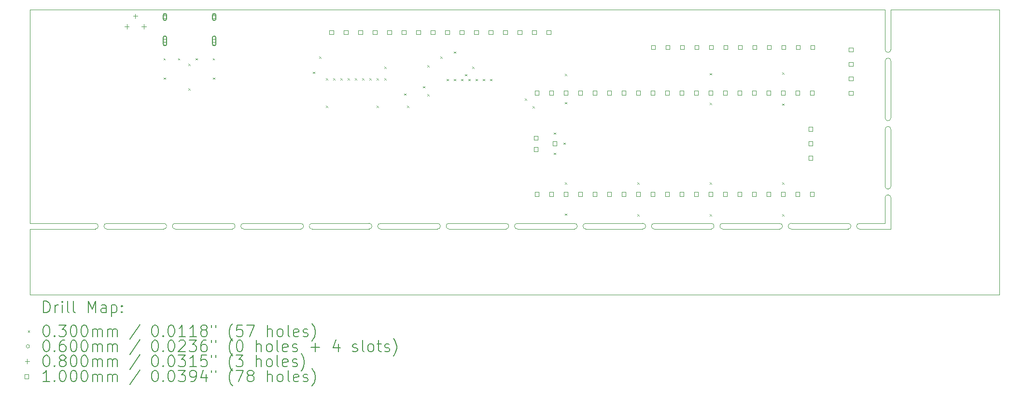
<source format=gbr>
%TF.GenerationSoftware,KiCad,Pcbnew,7.0.1-3b83917a11~172~ubuntu22.10.1*%
%TF.CreationDate,2023-04-03T16:10:54+02:00*%
%TF.ProjectId,Model-M-RP2040-USB,4d6f6465-6c2d-44d2-9d52-50323034302d,rev?*%
%TF.SameCoordinates,Original*%
%TF.FileFunction,Drillmap*%
%TF.FilePolarity,Positive*%
%FSLAX45Y45*%
G04 Gerber Fmt 4.5, Leading zero omitted, Abs format (unit mm)*
G04 Created by KiCad (PCBNEW 7.0.1-3b83917a11~172~ubuntu22.10.1) date 2023-04-03 16:10:54*
%MOMM*%
%LPD*%
G01*
G04 APERTURE LIST*
%ADD10C,0.100000*%
%ADD11C,0.200000*%
%ADD12C,0.030000*%
%ADD13C,0.060000*%
%ADD14C,0.080000*%
G04 APERTURE END LIST*
D10*
X13840000Y-6900000D02*
G75*
G03*
X13840000Y-6800000I0J50000D01*
G01*
X4440000Y-6900000D02*
X5440000Y-6900000D01*
X4440000Y-6800000D02*
G75*
G03*
X4440000Y-6900000I0J-50000D01*
G01*
X5640000Y-6800000D02*
G75*
G03*
X5640000Y-6900000I0J-50000D01*
G01*
X7840000Y-6900000D02*
G75*
G03*
X7840000Y-6800000I0J50000D01*
G01*
X17640000Y-6900000D02*
X18190000Y-6900000D01*
X14040000Y-6800000D02*
G75*
G03*
X14040000Y-6900000I0J-50000D01*
G01*
X6840000Y-6800000D02*
G75*
G03*
X6840000Y-6900000I0J-50000D01*
G01*
X13840000Y-6800000D02*
X12840000Y-6800000D01*
X18190000Y-6900000D02*
X18190000Y-6350000D01*
X12840000Y-6800000D02*
G75*
G03*
X12840000Y-6900000I0J-50000D01*
G01*
X16440000Y-6800000D02*
G75*
G03*
X16440000Y-6900000I0J-50000D01*
G01*
X10240000Y-6800000D02*
X9240000Y-6800000D01*
X18190000Y-4950000D02*
X18190000Y-3950000D01*
X15240000Y-6800000D02*
G75*
G03*
X15240000Y-6900000I0J-50000D01*
G01*
X9240000Y-6900000D02*
X10240000Y-6900000D01*
X15040000Y-6900000D02*
G75*
G03*
X15040000Y-6800000I0J50000D01*
G01*
X12640000Y-6800000D02*
X11640000Y-6800000D01*
X12840000Y-6900000D02*
X13840000Y-6900000D01*
X14040000Y-6900000D02*
X15040000Y-6900000D01*
X18190000Y-6350000D02*
G75*
G03*
X18090000Y-6350000I-50000J0D01*
G01*
X18090000Y-6150000D02*
G75*
G03*
X18190000Y-6150000I50000J0D01*
G01*
X18090000Y-3950000D02*
X18090000Y-4950000D01*
X17440000Y-6800000D02*
X16440000Y-6800000D01*
X5440000Y-6800000D02*
X4440000Y-6800000D01*
X10440000Y-6800000D02*
G75*
G03*
X10440000Y-6900000I0J-50000D01*
G01*
X9240000Y-6800000D02*
G75*
G03*
X9240000Y-6900000I0J-50000D01*
G01*
X18090000Y-3050000D02*
X3090000Y-3050000D01*
X11440000Y-6900000D02*
G75*
G03*
X11440000Y-6800000I0J50000D01*
G01*
X18090000Y-5150000D02*
X18090000Y-6150000D01*
X16240000Y-6800000D02*
X15240000Y-6800000D01*
X16240000Y-6900000D02*
G75*
G03*
X16240000Y-6800000I0J50000D01*
G01*
X18090000Y-4950000D02*
G75*
G03*
X18190000Y-4950000I50000J0D01*
G01*
X6640000Y-6800000D02*
X5640000Y-6800000D01*
X11640000Y-6900000D02*
X12640000Y-6900000D01*
X20090000Y-8050000D02*
X20090000Y-3050000D01*
X3090000Y-6900000D02*
X4240000Y-6900000D01*
X20090000Y-3050000D02*
X18190000Y-3050000D01*
X11440000Y-6800000D02*
X10440000Y-6800000D01*
X3090000Y-6900000D02*
X3090000Y-8050000D01*
X18090000Y-3750000D02*
G75*
G03*
X18190000Y-3750000I50000J0D01*
G01*
X5440000Y-6900000D02*
G75*
G03*
X5440000Y-6800000I0J50000D01*
G01*
X4240000Y-6800000D02*
X3090000Y-6800000D01*
X18190000Y-6150000D02*
X18190000Y-5150000D01*
X11640000Y-6800000D02*
G75*
G03*
X11640000Y-6900000I0J-50000D01*
G01*
X10240000Y-6900000D02*
G75*
G03*
X10240000Y-6800000I0J50000D01*
G01*
X4240000Y-6900000D02*
G75*
G03*
X4240000Y-6800000I0J50000D01*
G01*
X10440000Y-6900000D02*
X11440000Y-6900000D01*
X3090000Y-3050000D02*
X3090000Y-6800000D01*
X9040000Y-6900000D02*
G75*
G03*
X9040000Y-6800000I0J50000D01*
G01*
X15240000Y-6900000D02*
X16240000Y-6900000D01*
X12640000Y-6900000D02*
G75*
G03*
X12640000Y-6800000I0J50000D01*
G01*
X18090000Y-6800000D02*
X17640000Y-6800000D01*
X7840000Y-6800000D02*
X6840000Y-6800000D01*
X5640000Y-6900000D02*
X6640000Y-6900000D01*
X17640000Y-6800000D02*
G75*
G03*
X17640000Y-6900000I0J-50000D01*
G01*
X17440000Y-6900000D02*
G75*
G03*
X17440000Y-6800000I0J50000D01*
G01*
X3090000Y-8050000D02*
X20090000Y-8050000D01*
X8040000Y-6800000D02*
G75*
G03*
X8040000Y-6900000I0J-50000D01*
G01*
X6640000Y-6900000D02*
G75*
G03*
X6640000Y-6800000I0J50000D01*
G01*
X18190000Y-5150000D02*
G75*
G03*
X18090000Y-5150000I-50000J0D01*
G01*
X8040000Y-6900000D02*
X9040000Y-6900000D01*
X9040000Y-6800000D02*
X8040000Y-6800000D01*
X15040000Y-6800000D02*
X14040000Y-6800000D01*
X16440000Y-6900000D02*
X17440000Y-6900000D01*
X18090000Y-6350000D02*
X18090000Y-6800000D01*
X18190000Y-3950000D02*
G75*
G03*
X18090000Y-3950000I-50000J0D01*
G01*
X6840000Y-6900000D02*
X7840000Y-6900000D01*
X18190000Y-3750000D02*
X18190000Y-3050000D01*
X18090000Y-3050000D02*
X18090000Y-3750000D01*
D11*
D12*
X5435510Y-3901800D02*
X5465510Y-3931800D01*
X5465510Y-3901800D02*
X5435510Y-3931800D01*
X5437200Y-4241500D02*
X5467200Y-4271500D01*
X5467200Y-4241500D02*
X5437200Y-4271500D01*
X5689510Y-3901800D02*
X5719510Y-3931800D01*
X5719510Y-3901800D02*
X5689510Y-3931800D01*
X5869000Y-4000200D02*
X5899000Y-4030200D01*
X5899000Y-4000200D02*
X5869000Y-4030200D01*
X5869000Y-4432000D02*
X5899000Y-4462000D01*
X5899000Y-4432000D02*
X5869000Y-4462000D01*
X5998780Y-3901800D02*
X6028780Y-3931800D01*
X6028780Y-3901800D02*
X5998780Y-3931800D01*
X6299110Y-3901800D02*
X6329110Y-3931800D01*
X6329110Y-3901800D02*
X6299110Y-3931800D01*
X6300800Y-4241500D02*
X6330800Y-4271500D01*
X6330800Y-4241500D02*
X6300800Y-4271500D01*
X8053400Y-4139900D02*
X8083400Y-4169900D01*
X8083400Y-4139900D02*
X8053400Y-4169900D01*
X8167700Y-3871900D02*
X8197700Y-3901900D01*
X8197700Y-3871900D02*
X8167700Y-3901900D01*
X8282000Y-4254200D02*
X8312000Y-4284200D01*
X8312000Y-4254200D02*
X8282000Y-4284200D01*
X8282000Y-4736800D02*
X8312000Y-4766800D01*
X8312000Y-4736800D02*
X8282000Y-4766800D01*
X8409000Y-4254200D02*
X8439000Y-4284200D01*
X8439000Y-4254200D02*
X8409000Y-4284200D01*
X8536000Y-4254200D02*
X8566000Y-4284200D01*
X8566000Y-4254200D02*
X8536000Y-4284200D01*
X8663000Y-4254200D02*
X8693000Y-4284200D01*
X8693000Y-4254200D02*
X8663000Y-4284200D01*
X8790000Y-4254200D02*
X8820000Y-4284200D01*
X8820000Y-4254200D02*
X8790000Y-4284200D01*
X8917000Y-4254200D02*
X8947000Y-4284200D01*
X8947000Y-4254200D02*
X8917000Y-4284200D01*
X9044000Y-4254200D02*
X9074000Y-4284200D01*
X9074000Y-4254200D02*
X9044000Y-4284200D01*
X9171000Y-4254200D02*
X9201000Y-4284200D01*
X9201000Y-4254200D02*
X9171000Y-4284200D01*
X9171000Y-4736800D02*
X9201000Y-4766800D01*
X9201000Y-4736800D02*
X9171000Y-4766800D01*
X9310700Y-4051000D02*
X9340700Y-4081000D01*
X9340700Y-4051000D02*
X9310700Y-4081000D01*
X9310700Y-4254200D02*
X9340700Y-4284200D01*
X9340700Y-4254200D02*
X9310700Y-4284200D01*
X9653600Y-4520900D02*
X9683600Y-4550900D01*
X9683600Y-4520900D02*
X9653600Y-4550900D01*
X9704400Y-4736800D02*
X9734400Y-4766800D01*
X9734400Y-4736800D02*
X9704400Y-4766800D01*
X9983800Y-4393900D02*
X10013800Y-4423900D01*
X10013800Y-4393900D02*
X9983800Y-4423900D01*
X10060000Y-4025600D02*
X10090000Y-4055600D01*
X10090000Y-4025600D02*
X10060000Y-4055600D01*
X10060000Y-4533600D02*
X10090000Y-4563600D01*
X10090000Y-4533600D02*
X10060000Y-4563600D01*
X10288600Y-3871900D02*
X10318600Y-3901900D01*
X10318600Y-3871900D02*
X10288600Y-3901900D01*
X10402900Y-4266900D02*
X10432900Y-4296900D01*
X10432900Y-4266900D02*
X10402900Y-4296900D01*
X10529900Y-4266900D02*
X10559900Y-4296900D01*
X10559900Y-4266900D02*
X10529900Y-4296900D01*
X10529900Y-3781933D02*
X10559900Y-3811933D01*
X10559900Y-3781933D02*
X10529900Y-3811933D01*
X10656900Y-4266900D02*
X10686900Y-4296900D01*
X10686900Y-4266900D02*
X10656900Y-4296900D01*
X10720400Y-4182630D02*
X10750400Y-4212630D01*
X10750400Y-4182630D02*
X10720400Y-4212630D01*
X10783900Y-4266900D02*
X10813900Y-4296900D01*
X10813900Y-4266900D02*
X10783900Y-4296900D01*
X10847400Y-4051000D02*
X10877400Y-4081000D01*
X10877400Y-4051000D02*
X10847400Y-4081000D01*
X10910900Y-4266900D02*
X10940900Y-4296900D01*
X10940900Y-4266900D02*
X10910900Y-4296900D01*
X11037900Y-4266900D02*
X11067900Y-4296900D01*
X11067900Y-4266900D02*
X11037900Y-4296900D01*
X11164900Y-4266900D02*
X11194900Y-4296900D01*
X11194900Y-4266900D02*
X11164900Y-4296900D01*
X11774500Y-4609800D02*
X11804500Y-4639800D01*
X11804500Y-4609800D02*
X11774500Y-4639800D01*
X11907850Y-4743150D02*
X11937850Y-4773150D01*
X11937850Y-4743150D02*
X11907850Y-4773150D01*
X12282500Y-5206700D02*
X12312500Y-5236700D01*
X12312500Y-5206700D02*
X12282500Y-5236700D01*
X12282500Y-5562300D02*
X12312500Y-5592300D01*
X12312500Y-5562300D02*
X12282500Y-5592300D01*
X12447600Y-5384500D02*
X12477600Y-5414500D01*
X12477600Y-5384500D02*
X12447600Y-5414500D01*
X12473000Y-4178000D02*
X12503000Y-4208000D01*
X12503000Y-4178000D02*
X12473000Y-4208000D01*
X12473000Y-4673300D02*
X12503000Y-4703300D01*
X12503000Y-4673300D02*
X12473000Y-4703300D01*
X12473000Y-6083000D02*
X12503000Y-6113000D01*
X12503000Y-6083000D02*
X12473000Y-6113000D01*
X12473000Y-6629100D02*
X12503000Y-6659100D01*
X12503000Y-6629100D02*
X12473000Y-6659100D01*
X13743000Y-6083000D02*
X13773000Y-6113000D01*
X13773000Y-6083000D02*
X13743000Y-6113000D01*
X13743000Y-6641800D02*
X13773000Y-6671800D01*
X13773000Y-6641800D02*
X13743000Y-6671800D01*
X15013000Y-4165300D02*
X15043000Y-4195300D01*
X15043000Y-4165300D02*
X15013000Y-4195300D01*
X15013000Y-4686000D02*
X15043000Y-4716000D01*
X15043000Y-4686000D02*
X15013000Y-4716000D01*
X15013000Y-6083000D02*
X15043000Y-6113000D01*
X15043000Y-6083000D02*
X15013000Y-6113000D01*
X15013000Y-6641800D02*
X15043000Y-6671800D01*
X15043000Y-6641800D02*
X15013000Y-6671800D01*
X16283000Y-4152600D02*
X16313000Y-4182600D01*
X16313000Y-4152600D02*
X16283000Y-4182600D01*
X16283000Y-4698700D02*
X16313000Y-4728700D01*
X16313000Y-4698700D02*
X16283000Y-4728700D01*
X16283000Y-6083000D02*
X16313000Y-6113000D01*
X16313000Y-6083000D02*
X16283000Y-6113000D01*
X16283000Y-6641800D02*
X16313000Y-6671800D01*
X16313000Y-6641800D02*
X16283000Y-6671800D01*
D13*
X5489010Y-3180000D02*
G75*
G03*
X5489010Y-3180000I-30000J0D01*
G01*
D11*
X5489010Y-3210000D02*
X5489010Y-3150000D01*
X5489010Y-3150000D02*
G75*
G03*
X5429010Y-3150000I-30000J0D01*
G01*
X5429010Y-3150000D02*
X5429010Y-3210000D01*
X5429010Y-3210000D02*
G75*
G03*
X5489010Y-3210000I30000J0D01*
G01*
D13*
X5489010Y-3598000D02*
G75*
G03*
X5489010Y-3598000I-30000J0D01*
G01*
D11*
X5489010Y-3653000D02*
X5489010Y-3543000D01*
X5489010Y-3543000D02*
G75*
G03*
X5429010Y-3543000I-30000J0D01*
G01*
X5429010Y-3543000D02*
X5429010Y-3653000D01*
X5429010Y-3653000D02*
G75*
G03*
X5489010Y-3653000I30000J0D01*
G01*
D13*
X6353010Y-3180000D02*
G75*
G03*
X6353010Y-3180000I-30000J0D01*
G01*
D11*
X6353010Y-3210000D02*
X6353010Y-3150000D01*
X6353010Y-3150000D02*
G75*
G03*
X6293010Y-3150000I-30000J0D01*
G01*
X6293010Y-3150000D02*
X6293010Y-3210000D01*
X6293010Y-3210000D02*
G75*
G03*
X6353010Y-3210000I30000J0D01*
G01*
D13*
X6353010Y-3598000D02*
G75*
G03*
X6353010Y-3598000I-30000J0D01*
G01*
D11*
X6353010Y-3653000D02*
X6353010Y-3543000D01*
X6353010Y-3543000D02*
G75*
G03*
X6293010Y-3543000I-30000J0D01*
G01*
X6293010Y-3543000D02*
X6293010Y-3653000D01*
X6293010Y-3653000D02*
G75*
G03*
X6353010Y-3653000I30000J0D01*
G01*
D14*
X4790000Y-3307500D02*
X4790000Y-3387500D01*
X4750000Y-3347500D02*
X4830000Y-3347500D01*
X4940000Y-3122500D02*
X4940000Y-3202500D01*
X4900000Y-3162500D02*
X4980000Y-3162500D01*
X5090000Y-3307500D02*
X5090000Y-3387500D01*
X5050000Y-3347500D02*
X5130000Y-3347500D01*
D10*
X8415356Y-3485356D02*
X8415356Y-3414644D01*
X8344644Y-3414644D01*
X8344644Y-3485356D01*
X8415356Y-3485356D01*
X8669356Y-3485356D02*
X8669356Y-3414644D01*
X8598644Y-3414644D01*
X8598644Y-3485356D01*
X8669356Y-3485356D01*
X8923356Y-3485356D02*
X8923356Y-3414644D01*
X8852644Y-3414644D01*
X8852644Y-3485356D01*
X8923356Y-3485356D01*
X9177356Y-3485356D02*
X9177356Y-3414644D01*
X9106644Y-3414644D01*
X9106644Y-3485356D01*
X9177356Y-3485356D01*
X9431356Y-3485356D02*
X9431356Y-3414644D01*
X9360644Y-3414644D01*
X9360644Y-3485356D01*
X9431356Y-3485356D01*
X9685356Y-3485356D02*
X9685356Y-3414644D01*
X9614644Y-3414644D01*
X9614644Y-3485356D01*
X9685356Y-3485356D01*
X9939356Y-3485356D02*
X9939356Y-3414644D01*
X9868644Y-3414644D01*
X9868644Y-3485356D01*
X9939356Y-3485356D01*
X10193356Y-3485356D02*
X10193356Y-3414644D01*
X10122644Y-3414644D01*
X10122644Y-3485356D01*
X10193356Y-3485356D01*
X10447356Y-3485356D02*
X10447356Y-3414644D01*
X10376644Y-3414644D01*
X10376644Y-3485356D01*
X10447356Y-3485356D01*
X10701356Y-3485356D02*
X10701356Y-3414644D01*
X10630644Y-3414644D01*
X10630644Y-3485356D01*
X10701356Y-3485356D01*
X10955356Y-3485356D02*
X10955356Y-3414644D01*
X10884644Y-3414644D01*
X10884644Y-3485356D01*
X10955356Y-3485356D01*
X11209356Y-3485356D02*
X11209356Y-3414644D01*
X11138644Y-3414644D01*
X11138644Y-3485356D01*
X11209356Y-3485356D01*
X11463356Y-3485356D02*
X11463356Y-3414644D01*
X11392644Y-3414644D01*
X11392644Y-3485356D01*
X11463356Y-3485356D01*
X11717356Y-3485356D02*
X11717356Y-3414644D01*
X11646644Y-3414644D01*
X11646644Y-3485356D01*
X11717356Y-3485356D01*
X11971356Y-3485356D02*
X11971356Y-3414644D01*
X11900644Y-3414644D01*
X11900644Y-3485356D01*
X11971356Y-3485356D01*
X11998356Y-5334856D02*
X11998356Y-5264144D01*
X11927644Y-5264144D01*
X11927644Y-5334856D01*
X11998356Y-5334856D01*
X11998356Y-5534856D02*
X11998356Y-5464144D01*
X11927644Y-5464144D01*
X11927644Y-5534856D01*
X11998356Y-5534856D01*
X12015356Y-4545856D02*
X12015356Y-4475144D01*
X11944644Y-4475144D01*
X11944644Y-4545856D01*
X12015356Y-4545856D01*
X12015356Y-6323856D02*
X12015356Y-6253144D01*
X11944644Y-6253144D01*
X11944644Y-6323856D01*
X12015356Y-6323856D01*
X12225356Y-3485356D02*
X12225356Y-3414644D01*
X12154644Y-3414644D01*
X12154644Y-3485356D01*
X12225356Y-3485356D01*
X12269356Y-4545856D02*
X12269356Y-4475144D01*
X12198644Y-4475144D01*
X12198644Y-4545856D01*
X12269356Y-4545856D01*
X12269356Y-6323856D02*
X12269356Y-6253144D01*
X12198644Y-6253144D01*
X12198644Y-6323856D01*
X12269356Y-6323856D01*
X12328356Y-5434856D02*
X12328356Y-5364144D01*
X12257644Y-5364144D01*
X12257644Y-5434856D01*
X12328356Y-5434856D01*
X12523356Y-4545856D02*
X12523356Y-4475144D01*
X12452644Y-4475144D01*
X12452644Y-4545856D01*
X12523356Y-4545856D01*
X12523356Y-6323856D02*
X12523356Y-6253144D01*
X12452644Y-6253144D01*
X12452644Y-6323856D01*
X12523356Y-6323856D01*
X12777356Y-4545856D02*
X12777356Y-4475144D01*
X12706644Y-4475144D01*
X12706644Y-4545856D01*
X12777356Y-4545856D01*
X12777356Y-6323856D02*
X12777356Y-6253144D01*
X12706644Y-6253144D01*
X12706644Y-6323856D01*
X12777356Y-6323856D01*
X13031356Y-4545856D02*
X13031356Y-4475144D01*
X12960644Y-4475144D01*
X12960644Y-4545856D01*
X13031356Y-4545856D01*
X13031356Y-6323856D02*
X13031356Y-6253144D01*
X12960644Y-6253144D01*
X12960644Y-6323856D01*
X13031356Y-6323856D01*
X13285356Y-4545856D02*
X13285356Y-4475144D01*
X13214644Y-4475144D01*
X13214644Y-4545856D01*
X13285356Y-4545856D01*
X13285356Y-6323856D02*
X13285356Y-6253144D01*
X13214644Y-6253144D01*
X13214644Y-6323856D01*
X13285356Y-6323856D01*
X13539356Y-4545856D02*
X13539356Y-4475144D01*
X13468644Y-4475144D01*
X13468644Y-4545856D01*
X13539356Y-4545856D01*
X13539356Y-6323856D02*
X13539356Y-6253144D01*
X13468644Y-6253144D01*
X13468644Y-6323856D01*
X13539356Y-6323856D01*
X13793356Y-4545856D02*
X13793356Y-4475144D01*
X13722644Y-4475144D01*
X13722644Y-4545856D01*
X13793356Y-4545856D01*
X13793356Y-6323856D02*
X13793356Y-6253144D01*
X13722644Y-6253144D01*
X13722644Y-6323856D01*
X13793356Y-6323856D01*
X14047356Y-4545856D02*
X14047356Y-4475144D01*
X13976644Y-4475144D01*
X13976644Y-4545856D01*
X14047356Y-4545856D01*
X14047356Y-6323856D02*
X14047356Y-6253144D01*
X13976644Y-6253144D01*
X13976644Y-6323856D01*
X14047356Y-6323856D01*
X14055356Y-3745356D02*
X14055356Y-3674644D01*
X13984644Y-3674644D01*
X13984644Y-3745356D01*
X14055356Y-3745356D01*
X14301356Y-4545856D02*
X14301356Y-4475144D01*
X14230644Y-4475144D01*
X14230644Y-4545856D01*
X14301356Y-4545856D01*
X14301356Y-6323856D02*
X14301356Y-6253144D01*
X14230644Y-6253144D01*
X14230644Y-6323856D01*
X14301356Y-6323856D01*
X14309356Y-3745356D02*
X14309356Y-3674644D01*
X14238644Y-3674644D01*
X14238644Y-3745356D01*
X14309356Y-3745356D01*
X14555356Y-4545856D02*
X14555356Y-4475144D01*
X14484644Y-4475144D01*
X14484644Y-4545856D01*
X14555356Y-4545856D01*
X14555356Y-6323856D02*
X14555356Y-6253144D01*
X14484644Y-6253144D01*
X14484644Y-6323856D01*
X14555356Y-6323856D01*
X14563356Y-3745356D02*
X14563356Y-3674644D01*
X14492644Y-3674644D01*
X14492644Y-3745356D01*
X14563356Y-3745356D01*
X14809356Y-4545856D02*
X14809356Y-4475144D01*
X14738644Y-4475144D01*
X14738644Y-4545856D01*
X14809356Y-4545856D01*
X14809356Y-6323856D02*
X14809356Y-6253144D01*
X14738644Y-6253144D01*
X14738644Y-6323856D01*
X14809356Y-6323856D01*
X14817356Y-3745356D02*
X14817356Y-3674644D01*
X14746644Y-3674644D01*
X14746644Y-3745356D01*
X14817356Y-3745356D01*
X15063356Y-4545856D02*
X15063356Y-4475144D01*
X14992644Y-4475144D01*
X14992644Y-4545856D01*
X15063356Y-4545856D01*
X15063356Y-6323856D02*
X15063356Y-6253144D01*
X14992644Y-6253144D01*
X14992644Y-6323856D01*
X15063356Y-6323856D01*
X15071356Y-3745356D02*
X15071356Y-3674644D01*
X15000644Y-3674644D01*
X15000644Y-3745356D01*
X15071356Y-3745356D01*
X15317356Y-4545856D02*
X15317356Y-4475144D01*
X15246644Y-4475144D01*
X15246644Y-4545856D01*
X15317356Y-4545856D01*
X15317356Y-6323856D02*
X15317356Y-6253144D01*
X15246644Y-6253144D01*
X15246644Y-6323856D01*
X15317356Y-6323856D01*
X15325356Y-3745356D02*
X15325356Y-3674644D01*
X15254644Y-3674644D01*
X15254644Y-3745356D01*
X15325356Y-3745356D01*
X15571356Y-4545856D02*
X15571356Y-4475144D01*
X15500644Y-4475144D01*
X15500644Y-4545856D01*
X15571356Y-4545856D01*
X15571356Y-6323856D02*
X15571356Y-6253144D01*
X15500644Y-6253144D01*
X15500644Y-6323856D01*
X15571356Y-6323856D01*
X15579356Y-3745356D02*
X15579356Y-3674644D01*
X15508644Y-3674644D01*
X15508644Y-3745356D01*
X15579356Y-3745356D01*
X15825356Y-4545856D02*
X15825356Y-4475144D01*
X15754644Y-4475144D01*
X15754644Y-4545856D01*
X15825356Y-4545856D01*
X15825356Y-6323856D02*
X15825356Y-6253144D01*
X15754644Y-6253144D01*
X15754644Y-6323856D01*
X15825356Y-6323856D01*
X15833356Y-3745356D02*
X15833356Y-3674644D01*
X15762644Y-3674644D01*
X15762644Y-3745356D01*
X15833356Y-3745356D01*
X16079356Y-4545856D02*
X16079356Y-4475144D01*
X16008644Y-4475144D01*
X16008644Y-4545856D01*
X16079356Y-4545856D01*
X16079356Y-6323856D02*
X16079356Y-6253144D01*
X16008644Y-6253144D01*
X16008644Y-6323856D01*
X16079356Y-6323856D01*
X16087356Y-3745356D02*
X16087356Y-3674644D01*
X16016644Y-3674644D01*
X16016644Y-3745356D01*
X16087356Y-3745356D01*
X16333356Y-4545856D02*
X16333356Y-4475144D01*
X16262644Y-4475144D01*
X16262644Y-4545856D01*
X16333356Y-4545856D01*
X16333356Y-6323856D02*
X16333356Y-6253144D01*
X16262644Y-6253144D01*
X16262644Y-6323856D01*
X16333356Y-6323856D01*
X16341356Y-3745356D02*
X16341356Y-3674644D01*
X16270644Y-3674644D01*
X16270644Y-3745356D01*
X16341356Y-3745356D01*
X16587356Y-4545856D02*
X16587356Y-4475144D01*
X16516644Y-4475144D01*
X16516644Y-4545856D01*
X16587356Y-4545856D01*
X16587356Y-6323856D02*
X16587356Y-6253144D01*
X16516644Y-6253144D01*
X16516644Y-6323856D01*
X16587356Y-6323856D01*
X16595356Y-3745356D02*
X16595356Y-3674644D01*
X16524644Y-3674644D01*
X16524644Y-3745356D01*
X16595356Y-3745356D01*
X16818356Y-5180856D02*
X16818356Y-5110144D01*
X16747644Y-5110144D01*
X16747644Y-5180856D01*
X16818356Y-5180856D01*
X16818356Y-5434856D02*
X16818356Y-5364144D01*
X16747644Y-5364144D01*
X16747644Y-5434856D01*
X16818356Y-5434856D01*
X16818356Y-5688856D02*
X16818356Y-5618144D01*
X16747644Y-5618144D01*
X16747644Y-5688856D01*
X16818356Y-5688856D01*
X16841356Y-4545856D02*
X16841356Y-4475144D01*
X16770644Y-4475144D01*
X16770644Y-4545856D01*
X16841356Y-4545856D01*
X16841356Y-6323856D02*
X16841356Y-6253144D01*
X16770644Y-6253144D01*
X16770644Y-6323856D01*
X16841356Y-6323856D01*
X16849356Y-3745356D02*
X16849356Y-3674644D01*
X16778644Y-3674644D01*
X16778644Y-3745356D01*
X16849356Y-3745356D01*
X17525356Y-3785356D02*
X17525356Y-3714644D01*
X17454644Y-3714644D01*
X17454644Y-3785356D01*
X17525356Y-3785356D01*
X17525356Y-4039356D02*
X17525356Y-3968644D01*
X17454644Y-3968644D01*
X17454644Y-4039356D01*
X17525356Y-4039356D01*
X17525356Y-4293356D02*
X17525356Y-4222644D01*
X17454644Y-4222644D01*
X17454644Y-4293356D01*
X17525356Y-4293356D01*
X17525356Y-4547356D02*
X17525356Y-4476644D01*
X17454644Y-4476644D01*
X17454644Y-4547356D01*
X17525356Y-4547356D01*
D11*
X3332619Y-8367524D02*
X3332619Y-8167524D01*
X3332619Y-8167524D02*
X3380238Y-8167524D01*
X3380238Y-8167524D02*
X3408809Y-8177048D01*
X3408809Y-8177048D02*
X3427857Y-8196095D01*
X3427857Y-8196095D02*
X3437381Y-8215143D01*
X3437381Y-8215143D02*
X3446905Y-8253238D01*
X3446905Y-8253238D02*
X3446905Y-8281809D01*
X3446905Y-8281809D02*
X3437381Y-8319905D01*
X3437381Y-8319905D02*
X3427857Y-8338952D01*
X3427857Y-8338952D02*
X3408809Y-8358000D01*
X3408809Y-8358000D02*
X3380238Y-8367524D01*
X3380238Y-8367524D02*
X3332619Y-8367524D01*
X3532619Y-8367524D02*
X3532619Y-8234190D01*
X3532619Y-8272286D02*
X3542143Y-8253238D01*
X3542143Y-8253238D02*
X3551667Y-8243714D01*
X3551667Y-8243714D02*
X3570714Y-8234190D01*
X3570714Y-8234190D02*
X3589762Y-8234190D01*
X3656428Y-8367524D02*
X3656428Y-8234190D01*
X3656428Y-8167524D02*
X3646905Y-8177048D01*
X3646905Y-8177048D02*
X3656428Y-8186571D01*
X3656428Y-8186571D02*
X3665952Y-8177048D01*
X3665952Y-8177048D02*
X3656428Y-8167524D01*
X3656428Y-8167524D02*
X3656428Y-8186571D01*
X3780238Y-8367524D02*
X3761190Y-8358000D01*
X3761190Y-8358000D02*
X3751667Y-8338952D01*
X3751667Y-8338952D02*
X3751667Y-8167524D01*
X3885000Y-8367524D02*
X3865952Y-8358000D01*
X3865952Y-8358000D02*
X3856428Y-8338952D01*
X3856428Y-8338952D02*
X3856428Y-8167524D01*
X4113571Y-8367524D02*
X4113571Y-8167524D01*
X4113571Y-8167524D02*
X4180238Y-8310381D01*
X4180238Y-8310381D02*
X4246905Y-8167524D01*
X4246905Y-8167524D02*
X4246905Y-8367524D01*
X4427857Y-8367524D02*
X4427857Y-8262762D01*
X4427857Y-8262762D02*
X4418333Y-8243714D01*
X4418333Y-8243714D02*
X4399286Y-8234190D01*
X4399286Y-8234190D02*
X4361190Y-8234190D01*
X4361190Y-8234190D02*
X4342143Y-8243714D01*
X4427857Y-8358000D02*
X4408810Y-8367524D01*
X4408810Y-8367524D02*
X4361190Y-8367524D01*
X4361190Y-8367524D02*
X4342143Y-8358000D01*
X4342143Y-8358000D02*
X4332619Y-8338952D01*
X4332619Y-8338952D02*
X4332619Y-8319905D01*
X4332619Y-8319905D02*
X4342143Y-8300857D01*
X4342143Y-8300857D02*
X4361190Y-8291333D01*
X4361190Y-8291333D02*
X4408810Y-8291333D01*
X4408810Y-8291333D02*
X4427857Y-8281809D01*
X4523095Y-8234190D02*
X4523095Y-8434190D01*
X4523095Y-8243714D02*
X4542143Y-8234190D01*
X4542143Y-8234190D02*
X4580238Y-8234190D01*
X4580238Y-8234190D02*
X4599286Y-8243714D01*
X4599286Y-8243714D02*
X4608810Y-8253238D01*
X4608810Y-8253238D02*
X4618333Y-8272286D01*
X4618333Y-8272286D02*
X4618333Y-8329428D01*
X4618333Y-8329428D02*
X4608810Y-8348476D01*
X4608810Y-8348476D02*
X4599286Y-8358000D01*
X4599286Y-8358000D02*
X4580238Y-8367524D01*
X4580238Y-8367524D02*
X4542143Y-8367524D01*
X4542143Y-8367524D02*
X4523095Y-8358000D01*
X4704048Y-8348476D02*
X4713571Y-8358000D01*
X4713571Y-8358000D02*
X4704048Y-8367524D01*
X4704048Y-8367524D02*
X4694524Y-8358000D01*
X4694524Y-8358000D02*
X4704048Y-8348476D01*
X4704048Y-8348476D02*
X4704048Y-8367524D01*
X4704048Y-8243714D02*
X4713571Y-8253238D01*
X4713571Y-8253238D02*
X4704048Y-8262762D01*
X4704048Y-8262762D02*
X4694524Y-8253238D01*
X4694524Y-8253238D02*
X4704048Y-8243714D01*
X4704048Y-8243714D02*
X4704048Y-8262762D01*
D12*
X3055000Y-8680000D02*
X3085000Y-8710000D01*
X3085000Y-8680000D02*
X3055000Y-8710000D01*
D11*
X3370714Y-8587524D02*
X3389762Y-8587524D01*
X3389762Y-8587524D02*
X3408809Y-8597048D01*
X3408809Y-8597048D02*
X3418333Y-8606571D01*
X3418333Y-8606571D02*
X3427857Y-8625619D01*
X3427857Y-8625619D02*
X3437381Y-8663714D01*
X3437381Y-8663714D02*
X3437381Y-8711333D01*
X3437381Y-8711333D02*
X3427857Y-8749429D01*
X3427857Y-8749429D02*
X3418333Y-8768476D01*
X3418333Y-8768476D02*
X3408809Y-8778000D01*
X3408809Y-8778000D02*
X3389762Y-8787524D01*
X3389762Y-8787524D02*
X3370714Y-8787524D01*
X3370714Y-8787524D02*
X3351667Y-8778000D01*
X3351667Y-8778000D02*
X3342143Y-8768476D01*
X3342143Y-8768476D02*
X3332619Y-8749429D01*
X3332619Y-8749429D02*
X3323095Y-8711333D01*
X3323095Y-8711333D02*
X3323095Y-8663714D01*
X3323095Y-8663714D02*
X3332619Y-8625619D01*
X3332619Y-8625619D02*
X3342143Y-8606571D01*
X3342143Y-8606571D02*
X3351667Y-8597048D01*
X3351667Y-8597048D02*
X3370714Y-8587524D01*
X3523095Y-8768476D02*
X3532619Y-8778000D01*
X3532619Y-8778000D02*
X3523095Y-8787524D01*
X3523095Y-8787524D02*
X3513571Y-8778000D01*
X3513571Y-8778000D02*
X3523095Y-8768476D01*
X3523095Y-8768476D02*
X3523095Y-8787524D01*
X3599286Y-8587524D02*
X3723095Y-8587524D01*
X3723095Y-8587524D02*
X3656428Y-8663714D01*
X3656428Y-8663714D02*
X3685000Y-8663714D01*
X3685000Y-8663714D02*
X3704048Y-8673238D01*
X3704048Y-8673238D02*
X3713571Y-8682762D01*
X3713571Y-8682762D02*
X3723095Y-8701810D01*
X3723095Y-8701810D02*
X3723095Y-8749429D01*
X3723095Y-8749429D02*
X3713571Y-8768476D01*
X3713571Y-8768476D02*
X3704048Y-8778000D01*
X3704048Y-8778000D02*
X3685000Y-8787524D01*
X3685000Y-8787524D02*
X3627857Y-8787524D01*
X3627857Y-8787524D02*
X3608809Y-8778000D01*
X3608809Y-8778000D02*
X3599286Y-8768476D01*
X3846905Y-8587524D02*
X3865952Y-8587524D01*
X3865952Y-8587524D02*
X3885000Y-8597048D01*
X3885000Y-8597048D02*
X3894524Y-8606571D01*
X3894524Y-8606571D02*
X3904048Y-8625619D01*
X3904048Y-8625619D02*
X3913571Y-8663714D01*
X3913571Y-8663714D02*
X3913571Y-8711333D01*
X3913571Y-8711333D02*
X3904048Y-8749429D01*
X3904048Y-8749429D02*
X3894524Y-8768476D01*
X3894524Y-8768476D02*
X3885000Y-8778000D01*
X3885000Y-8778000D02*
X3865952Y-8787524D01*
X3865952Y-8787524D02*
X3846905Y-8787524D01*
X3846905Y-8787524D02*
X3827857Y-8778000D01*
X3827857Y-8778000D02*
X3818333Y-8768476D01*
X3818333Y-8768476D02*
X3808809Y-8749429D01*
X3808809Y-8749429D02*
X3799286Y-8711333D01*
X3799286Y-8711333D02*
X3799286Y-8663714D01*
X3799286Y-8663714D02*
X3808809Y-8625619D01*
X3808809Y-8625619D02*
X3818333Y-8606571D01*
X3818333Y-8606571D02*
X3827857Y-8597048D01*
X3827857Y-8597048D02*
X3846905Y-8587524D01*
X4037381Y-8587524D02*
X4056429Y-8587524D01*
X4056429Y-8587524D02*
X4075476Y-8597048D01*
X4075476Y-8597048D02*
X4085000Y-8606571D01*
X4085000Y-8606571D02*
X4094524Y-8625619D01*
X4094524Y-8625619D02*
X4104048Y-8663714D01*
X4104048Y-8663714D02*
X4104048Y-8711333D01*
X4104048Y-8711333D02*
X4094524Y-8749429D01*
X4094524Y-8749429D02*
X4085000Y-8768476D01*
X4085000Y-8768476D02*
X4075476Y-8778000D01*
X4075476Y-8778000D02*
X4056429Y-8787524D01*
X4056429Y-8787524D02*
X4037381Y-8787524D01*
X4037381Y-8787524D02*
X4018333Y-8778000D01*
X4018333Y-8778000D02*
X4008809Y-8768476D01*
X4008809Y-8768476D02*
X3999286Y-8749429D01*
X3999286Y-8749429D02*
X3989762Y-8711333D01*
X3989762Y-8711333D02*
X3989762Y-8663714D01*
X3989762Y-8663714D02*
X3999286Y-8625619D01*
X3999286Y-8625619D02*
X4008809Y-8606571D01*
X4008809Y-8606571D02*
X4018333Y-8597048D01*
X4018333Y-8597048D02*
X4037381Y-8587524D01*
X4189762Y-8787524D02*
X4189762Y-8654190D01*
X4189762Y-8673238D02*
X4199286Y-8663714D01*
X4199286Y-8663714D02*
X4218333Y-8654190D01*
X4218333Y-8654190D02*
X4246905Y-8654190D01*
X4246905Y-8654190D02*
X4265952Y-8663714D01*
X4265952Y-8663714D02*
X4275476Y-8682762D01*
X4275476Y-8682762D02*
X4275476Y-8787524D01*
X4275476Y-8682762D02*
X4285000Y-8663714D01*
X4285000Y-8663714D02*
X4304048Y-8654190D01*
X4304048Y-8654190D02*
X4332619Y-8654190D01*
X4332619Y-8654190D02*
X4351667Y-8663714D01*
X4351667Y-8663714D02*
X4361191Y-8682762D01*
X4361191Y-8682762D02*
X4361191Y-8787524D01*
X4456429Y-8787524D02*
X4456429Y-8654190D01*
X4456429Y-8673238D02*
X4465952Y-8663714D01*
X4465952Y-8663714D02*
X4485000Y-8654190D01*
X4485000Y-8654190D02*
X4513572Y-8654190D01*
X4513572Y-8654190D02*
X4532619Y-8663714D01*
X4532619Y-8663714D02*
X4542143Y-8682762D01*
X4542143Y-8682762D02*
X4542143Y-8787524D01*
X4542143Y-8682762D02*
X4551667Y-8663714D01*
X4551667Y-8663714D02*
X4570714Y-8654190D01*
X4570714Y-8654190D02*
X4599286Y-8654190D01*
X4599286Y-8654190D02*
X4618333Y-8663714D01*
X4618333Y-8663714D02*
X4627857Y-8682762D01*
X4627857Y-8682762D02*
X4627857Y-8787524D01*
X5018333Y-8578000D02*
X4846905Y-8835143D01*
X5275476Y-8587524D02*
X5294524Y-8587524D01*
X5294524Y-8587524D02*
X5313572Y-8597048D01*
X5313572Y-8597048D02*
X5323095Y-8606571D01*
X5323095Y-8606571D02*
X5332619Y-8625619D01*
X5332619Y-8625619D02*
X5342143Y-8663714D01*
X5342143Y-8663714D02*
X5342143Y-8711333D01*
X5342143Y-8711333D02*
X5332619Y-8749429D01*
X5332619Y-8749429D02*
X5323095Y-8768476D01*
X5323095Y-8768476D02*
X5313572Y-8778000D01*
X5313572Y-8778000D02*
X5294524Y-8787524D01*
X5294524Y-8787524D02*
X5275476Y-8787524D01*
X5275476Y-8787524D02*
X5256429Y-8778000D01*
X5256429Y-8778000D02*
X5246905Y-8768476D01*
X5246905Y-8768476D02*
X5237381Y-8749429D01*
X5237381Y-8749429D02*
X5227857Y-8711333D01*
X5227857Y-8711333D02*
X5227857Y-8663714D01*
X5227857Y-8663714D02*
X5237381Y-8625619D01*
X5237381Y-8625619D02*
X5246905Y-8606571D01*
X5246905Y-8606571D02*
X5256429Y-8597048D01*
X5256429Y-8597048D02*
X5275476Y-8587524D01*
X5427857Y-8768476D02*
X5437381Y-8778000D01*
X5437381Y-8778000D02*
X5427857Y-8787524D01*
X5427857Y-8787524D02*
X5418334Y-8778000D01*
X5418334Y-8778000D02*
X5427857Y-8768476D01*
X5427857Y-8768476D02*
X5427857Y-8787524D01*
X5561191Y-8587524D02*
X5580238Y-8587524D01*
X5580238Y-8587524D02*
X5599286Y-8597048D01*
X5599286Y-8597048D02*
X5608810Y-8606571D01*
X5608810Y-8606571D02*
X5618333Y-8625619D01*
X5618333Y-8625619D02*
X5627857Y-8663714D01*
X5627857Y-8663714D02*
X5627857Y-8711333D01*
X5627857Y-8711333D02*
X5618333Y-8749429D01*
X5618333Y-8749429D02*
X5608810Y-8768476D01*
X5608810Y-8768476D02*
X5599286Y-8778000D01*
X5599286Y-8778000D02*
X5580238Y-8787524D01*
X5580238Y-8787524D02*
X5561191Y-8787524D01*
X5561191Y-8787524D02*
X5542143Y-8778000D01*
X5542143Y-8778000D02*
X5532619Y-8768476D01*
X5532619Y-8768476D02*
X5523095Y-8749429D01*
X5523095Y-8749429D02*
X5513572Y-8711333D01*
X5513572Y-8711333D02*
X5513572Y-8663714D01*
X5513572Y-8663714D02*
X5523095Y-8625619D01*
X5523095Y-8625619D02*
X5532619Y-8606571D01*
X5532619Y-8606571D02*
X5542143Y-8597048D01*
X5542143Y-8597048D02*
X5561191Y-8587524D01*
X5818333Y-8787524D02*
X5704048Y-8787524D01*
X5761191Y-8787524D02*
X5761191Y-8587524D01*
X5761191Y-8587524D02*
X5742143Y-8616095D01*
X5742143Y-8616095D02*
X5723095Y-8635143D01*
X5723095Y-8635143D02*
X5704048Y-8644667D01*
X6008810Y-8787524D02*
X5894524Y-8787524D01*
X5951667Y-8787524D02*
X5951667Y-8587524D01*
X5951667Y-8587524D02*
X5932619Y-8616095D01*
X5932619Y-8616095D02*
X5913572Y-8635143D01*
X5913572Y-8635143D02*
X5894524Y-8644667D01*
X6123095Y-8673238D02*
X6104048Y-8663714D01*
X6104048Y-8663714D02*
X6094524Y-8654190D01*
X6094524Y-8654190D02*
X6085000Y-8635143D01*
X6085000Y-8635143D02*
X6085000Y-8625619D01*
X6085000Y-8625619D02*
X6094524Y-8606571D01*
X6094524Y-8606571D02*
X6104048Y-8597048D01*
X6104048Y-8597048D02*
X6123095Y-8587524D01*
X6123095Y-8587524D02*
X6161191Y-8587524D01*
X6161191Y-8587524D02*
X6180238Y-8597048D01*
X6180238Y-8597048D02*
X6189762Y-8606571D01*
X6189762Y-8606571D02*
X6199286Y-8625619D01*
X6199286Y-8625619D02*
X6199286Y-8635143D01*
X6199286Y-8635143D02*
X6189762Y-8654190D01*
X6189762Y-8654190D02*
X6180238Y-8663714D01*
X6180238Y-8663714D02*
X6161191Y-8673238D01*
X6161191Y-8673238D02*
X6123095Y-8673238D01*
X6123095Y-8673238D02*
X6104048Y-8682762D01*
X6104048Y-8682762D02*
X6094524Y-8692286D01*
X6094524Y-8692286D02*
X6085000Y-8711333D01*
X6085000Y-8711333D02*
X6085000Y-8749429D01*
X6085000Y-8749429D02*
X6094524Y-8768476D01*
X6094524Y-8768476D02*
X6104048Y-8778000D01*
X6104048Y-8778000D02*
X6123095Y-8787524D01*
X6123095Y-8787524D02*
X6161191Y-8787524D01*
X6161191Y-8787524D02*
X6180238Y-8778000D01*
X6180238Y-8778000D02*
X6189762Y-8768476D01*
X6189762Y-8768476D02*
X6199286Y-8749429D01*
X6199286Y-8749429D02*
X6199286Y-8711333D01*
X6199286Y-8711333D02*
X6189762Y-8692286D01*
X6189762Y-8692286D02*
X6180238Y-8682762D01*
X6180238Y-8682762D02*
X6161191Y-8673238D01*
X6275476Y-8587524D02*
X6275476Y-8625619D01*
X6351667Y-8587524D02*
X6351667Y-8625619D01*
X6646905Y-8863714D02*
X6637381Y-8854190D01*
X6637381Y-8854190D02*
X6618334Y-8825619D01*
X6618334Y-8825619D02*
X6608810Y-8806571D01*
X6608810Y-8806571D02*
X6599286Y-8778000D01*
X6599286Y-8778000D02*
X6589762Y-8730381D01*
X6589762Y-8730381D02*
X6589762Y-8692286D01*
X6589762Y-8692286D02*
X6599286Y-8644667D01*
X6599286Y-8644667D02*
X6608810Y-8616095D01*
X6608810Y-8616095D02*
X6618334Y-8597048D01*
X6618334Y-8597048D02*
X6637381Y-8568476D01*
X6637381Y-8568476D02*
X6646905Y-8558952D01*
X6818334Y-8587524D02*
X6723095Y-8587524D01*
X6723095Y-8587524D02*
X6713572Y-8682762D01*
X6713572Y-8682762D02*
X6723095Y-8673238D01*
X6723095Y-8673238D02*
X6742143Y-8663714D01*
X6742143Y-8663714D02*
X6789762Y-8663714D01*
X6789762Y-8663714D02*
X6808810Y-8673238D01*
X6808810Y-8673238D02*
X6818334Y-8682762D01*
X6818334Y-8682762D02*
X6827857Y-8701810D01*
X6827857Y-8701810D02*
X6827857Y-8749429D01*
X6827857Y-8749429D02*
X6818334Y-8768476D01*
X6818334Y-8768476D02*
X6808810Y-8778000D01*
X6808810Y-8778000D02*
X6789762Y-8787524D01*
X6789762Y-8787524D02*
X6742143Y-8787524D01*
X6742143Y-8787524D02*
X6723095Y-8778000D01*
X6723095Y-8778000D02*
X6713572Y-8768476D01*
X6894524Y-8587524D02*
X7027857Y-8587524D01*
X7027857Y-8587524D02*
X6942143Y-8787524D01*
X7256429Y-8787524D02*
X7256429Y-8587524D01*
X7342143Y-8787524D02*
X7342143Y-8682762D01*
X7342143Y-8682762D02*
X7332619Y-8663714D01*
X7332619Y-8663714D02*
X7313572Y-8654190D01*
X7313572Y-8654190D02*
X7285000Y-8654190D01*
X7285000Y-8654190D02*
X7265953Y-8663714D01*
X7265953Y-8663714D02*
X7256429Y-8673238D01*
X7465953Y-8787524D02*
X7446905Y-8778000D01*
X7446905Y-8778000D02*
X7437381Y-8768476D01*
X7437381Y-8768476D02*
X7427857Y-8749429D01*
X7427857Y-8749429D02*
X7427857Y-8692286D01*
X7427857Y-8692286D02*
X7437381Y-8673238D01*
X7437381Y-8673238D02*
X7446905Y-8663714D01*
X7446905Y-8663714D02*
X7465953Y-8654190D01*
X7465953Y-8654190D02*
X7494524Y-8654190D01*
X7494524Y-8654190D02*
X7513572Y-8663714D01*
X7513572Y-8663714D02*
X7523096Y-8673238D01*
X7523096Y-8673238D02*
X7532619Y-8692286D01*
X7532619Y-8692286D02*
X7532619Y-8749429D01*
X7532619Y-8749429D02*
X7523096Y-8768476D01*
X7523096Y-8768476D02*
X7513572Y-8778000D01*
X7513572Y-8778000D02*
X7494524Y-8787524D01*
X7494524Y-8787524D02*
X7465953Y-8787524D01*
X7646905Y-8787524D02*
X7627857Y-8778000D01*
X7627857Y-8778000D02*
X7618334Y-8758952D01*
X7618334Y-8758952D02*
X7618334Y-8587524D01*
X7799286Y-8778000D02*
X7780238Y-8787524D01*
X7780238Y-8787524D02*
X7742143Y-8787524D01*
X7742143Y-8787524D02*
X7723096Y-8778000D01*
X7723096Y-8778000D02*
X7713572Y-8758952D01*
X7713572Y-8758952D02*
X7713572Y-8682762D01*
X7713572Y-8682762D02*
X7723096Y-8663714D01*
X7723096Y-8663714D02*
X7742143Y-8654190D01*
X7742143Y-8654190D02*
X7780238Y-8654190D01*
X7780238Y-8654190D02*
X7799286Y-8663714D01*
X7799286Y-8663714D02*
X7808810Y-8682762D01*
X7808810Y-8682762D02*
X7808810Y-8701810D01*
X7808810Y-8701810D02*
X7713572Y-8720857D01*
X7885000Y-8778000D02*
X7904048Y-8787524D01*
X7904048Y-8787524D02*
X7942143Y-8787524D01*
X7942143Y-8787524D02*
X7961191Y-8778000D01*
X7961191Y-8778000D02*
X7970715Y-8758952D01*
X7970715Y-8758952D02*
X7970715Y-8749429D01*
X7970715Y-8749429D02*
X7961191Y-8730381D01*
X7961191Y-8730381D02*
X7942143Y-8720857D01*
X7942143Y-8720857D02*
X7913572Y-8720857D01*
X7913572Y-8720857D02*
X7894524Y-8711333D01*
X7894524Y-8711333D02*
X7885000Y-8692286D01*
X7885000Y-8692286D02*
X7885000Y-8682762D01*
X7885000Y-8682762D02*
X7894524Y-8663714D01*
X7894524Y-8663714D02*
X7913572Y-8654190D01*
X7913572Y-8654190D02*
X7942143Y-8654190D01*
X7942143Y-8654190D02*
X7961191Y-8663714D01*
X8037381Y-8863714D02*
X8046905Y-8854190D01*
X8046905Y-8854190D02*
X8065953Y-8825619D01*
X8065953Y-8825619D02*
X8075477Y-8806571D01*
X8075477Y-8806571D02*
X8085000Y-8778000D01*
X8085000Y-8778000D02*
X8094524Y-8730381D01*
X8094524Y-8730381D02*
X8094524Y-8692286D01*
X8094524Y-8692286D02*
X8085000Y-8644667D01*
X8085000Y-8644667D02*
X8075477Y-8616095D01*
X8075477Y-8616095D02*
X8065953Y-8597048D01*
X8065953Y-8597048D02*
X8046905Y-8568476D01*
X8046905Y-8568476D02*
X8037381Y-8558952D01*
D13*
X3085000Y-8959000D02*
G75*
G03*
X3085000Y-8959000I-30000J0D01*
G01*
D11*
X3370714Y-8851524D02*
X3389762Y-8851524D01*
X3389762Y-8851524D02*
X3408809Y-8861048D01*
X3408809Y-8861048D02*
X3418333Y-8870571D01*
X3418333Y-8870571D02*
X3427857Y-8889619D01*
X3427857Y-8889619D02*
X3437381Y-8927714D01*
X3437381Y-8927714D02*
X3437381Y-8975333D01*
X3437381Y-8975333D02*
X3427857Y-9013429D01*
X3427857Y-9013429D02*
X3418333Y-9032476D01*
X3418333Y-9032476D02*
X3408809Y-9042000D01*
X3408809Y-9042000D02*
X3389762Y-9051524D01*
X3389762Y-9051524D02*
X3370714Y-9051524D01*
X3370714Y-9051524D02*
X3351667Y-9042000D01*
X3351667Y-9042000D02*
X3342143Y-9032476D01*
X3342143Y-9032476D02*
X3332619Y-9013429D01*
X3332619Y-9013429D02*
X3323095Y-8975333D01*
X3323095Y-8975333D02*
X3323095Y-8927714D01*
X3323095Y-8927714D02*
X3332619Y-8889619D01*
X3332619Y-8889619D02*
X3342143Y-8870571D01*
X3342143Y-8870571D02*
X3351667Y-8861048D01*
X3351667Y-8861048D02*
X3370714Y-8851524D01*
X3523095Y-9032476D02*
X3532619Y-9042000D01*
X3532619Y-9042000D02*
X3523095Y-9051524D01*
X3523095Y-9051524D02*
X3513571Y-9042000D01*
X3513571Y-9042000D02*
X3523095Y-9032476D01*
X3523095Y-9032476D02*
X3523095Y-9051524D01*
X3704048Y-8851524D02*
X3665952Y-8851524D01*
X3665952Y-8851524D02*
X3646905Y-8861048D01*
X3646905Y-8861048D02*
X3637381Y-8870571D01*
X3637381Y-8870571D02*
X3618333Y-8899143D01*
X3618333Y-8899143D02*
X3608809Y-8937238D01*
X3608809Y-8937238D02*
X3608809Y-9013429D01*
X3608809Y-9013429D02*
X3618333Y-9032476D01*
X3618333Y-9032476D02*
X3627857Y-9042000D01*
X3627857Y-9042000D02*
X3646905Y-9051524D01*
X3646905Y-9051524D02*
X3685000Y-9051524D01*
X3685000Y-9051524D02*
X3704048Y-9042000D01*
X3704048Y-9042000D02*
X3713571Y-9032476D01*
X3713571Y-9032476D02*
X3723095Y-9013429D01*
X3723095Y-9013429D02*
X3723095Y-8965810D01*
X3723095Y-8965810D02*
X3713571Y-8946762D01*
X3713571Y-8946762D02*
X3704048Y-8937238D01*
X3704048Y-8937238D02*
X3685000Y-8927714D01*
X3685000Y-8927714D02*
X3646905Y-8927714D01*
X3646905Y-8927714D02*
X3627857Y-8937238D01*
X3627857Y-8937238D02*
X3618333Y-8946762D01*
X3618333Y-8946762D02*
X3608809Y-8965810D01*
X3846905Y-8851524D02*
X3865952Y-8851524D01*
X3865952Y-8851524D02*
X3885000Y-8861048D01*
X3885000Y-8861048D02*
X3894524Y-8870571D01*
X3894524Y-8870571D02*
X3904048Y-8889619D01*
X3904048Y-8889619D02*
X3913571Y-8927714D01*
X3913571Y-8927714D02*
X3913571Y-8975333D01*
X3913571Y-8975333D02*
X3904048Y-9013429D01*
X3904048Y-9013429D02*
X3894524Y-9032476D01*
X3894524Y-9032476D02*
X3885000Y-9042000D01*
X3885000Y-9042000D02*
X3865952Y-9051524D01*
X3865952Y-9051524D02*
X3846905Y-9051524D01*
X3846905Y-9051524D02*
X3827857Y-9042000D01*
X3827857Y-9042000D02*
X3818333Y-9032476D01*
X3818333Y-9032476D02*
X3808809Y-9013429D01*
X3808809Y-9013429D02*
X3799286Y-8975333D01*
X3799286Y-8975333D02*
X3799286Y-8927714D01*
X3799286Y-8927714D02*
X3808809Y-8889619D01*
X3808809Y-8889619D02*
X3818333Y-8870571D01*
X3818333Y-8870571D02*
X3827857Y-8861048D01*
X3827857Y-8861048D02*
X3846905Y-8851524D01*
X4037381Y-8851524D02*
X4056429Y-8851524D01*
X4056429Y-8851524D02*
X4075476Y-8861048D01*
X4075476Y-8861048D02*
X4085000Y-8870571D01*
X4085000Y-8870571D02*
X4094524Y-8889619D01*
X4094524Y-8889619D02*
X4104048Y-8927714D01*
X4104048Y-8927714D02*
X4104048Y-8975333D01*
X4104048Y-8975333D02*
X4094524Y-9013429D01*
X4094524Y-9013429D02*
X4085000Y-9032476D01*
X4085000Y-9032476D02*
X4075476Y-9042000D01*
X4075476Y-9042000D02*
X4056429Y-9051524D01*
X4056429Y-9051524D02*
X4037381Y-9051524D01*
X4037381Y-9051524D02*
X4018333Y-9042000D01*
X4018333Y-9042000D02*
X4008809Y-9032476D01*
X4008809Y-9032476D02*
X3999286Y-9013429D01*
X3999286Y-9013429D02*
X3989762Y-8975333D01*
X3989762Y-8975333D02*
X3989762Y-8927714D01*
X3989762Y-8927714D02*
X3999286Y-8889619D01*
X3999286Y-8889619D02*
X4008809Y-8870571D01*
X4008809Y-8870571D02*
X4018333Y-8861048D01*
X4018333Y-8861048D02*
X4037381Y-8851524D01*
X4189762Y-9051524D02*
X4189762Y-8918190D01*
X4189762Y-8937238D02*
X4199286Y-8927714D01*
X4199286Y-8927714D02*
X4218333Y-8918190D01*
X4218333Y-8918190D02*
X4246905Y-8918190D01*
X4246905Y-8918190D02*
X4265952Y-8927714D01*
X4265952Y-8927714D02*
X4275476Y-8946762D01*
X4275476Y-8946762D02*
X4275476Y-9051524D01*
X4275476Y-8946762D02*
X4285000Y-8927714D01*
X4285000Y-8927714D02*
X4304048Y-8918190D01*
X4304048Y-8918190D02*
X4332619Y-8918190D01*
X4332619Y-8918190D02*
X4351667Y-8927714D01*
X4351667Y-8927714D02*
X4361191Y-8946762D01*
X4361191Y-8946762D02*
X4361191Y-9051524D01*
X4456429Y-9051524D02*
X4456429Y-8918190D01*
X4456429Y-8937238D02*
X4465952Y-8927714D01*
X4465952Y-8927714D02*
X4485000Y-8918190D01*
X4485000Y-8918190D02*
X4513572Y-8918190D01*
X4513572Y-8918190D02*
X4532619Y-8927714D01*
X4532619Y-8927714D02*
X4542143Y-8946762D01*
X4542143Y-8946762D02*
X4542143Y-9051524D01*
X4542143Y-8946762D02*
X4551667Y-8927714D01*
X4551667Y-8927714D02*
X4570714Y-8918190D01*
X4570714Y-8918190D02*
X4599286Y-8918190D01*
X4599286Y-8918190D02*
X4618333Y-8927714D01*
X4618333Y-8927714D02*
X4627857Y-8946762D01*
X4627857Y-8946762D02*
X4627857Y-9051524D01*
X5018333Y-8842000D02*
X4846905Y-9099143D01*
X5275476Y-8851524D02*
X5294524Y-8851524D01*
X5294524Y-8851524D02*
X5313572Y-8861048D01*
X5313572Y-8861048D02*
X5323095Y-8870571D01*
X5323095Y-8870571D02*
X5332619Y-8889619D01*
X5332619Y-8889619D02*
X5342143Y-8927714D01*
X5342143Y-8927714D02*
X5342143Y-8975333D01*
X5342143Y-8975333D02*
X5332619Y-9013429D01*
X5332619Y-9013429D02*
X5323095Y-9032476D01*
X5323095Y-9032476D02*
X5313572Y-9042000D01*
X5313572Y-9042000D02*
X5294524Y-9051524D01*
X5294524Y-9051524D02*
X5275476Y-9051524D01*
X5275476Y-9051524D02*
X5256429Y-9042000D01*
X5256429Y-9042000D02*
X5246905Y-9032476D01*
X5246905Y-9032476D02*
X5237381Y-9013429D01*
X5237381Y-9013429D02*
X5227857Y-8975333D01*
X5227857Y-8975333D02*
X5227857Y-8927714D01*
X5227857Y-8927714D02*
X5237381Y-8889619D01*
X5237381Y-8889619D02*
X5246905Y-8870571D01*
X5246905Y-8870571D02*
X5256429Y-8861048D01*
X5256429Y-8861048D02*
X5275476Y-8851524D01*
X5427857Y-9032476D02*
X5437381Y-9042000D01*
X5437381Y-9042000D02*
X5427857Y-9051524D01*
X5427857Y-9051524D02*
X5418334Y-9042000D01*
X5418334Y-9042000D02*
X5427857Y-9032476D01*
X5427857Y-9032476D02*
X5427857Y-9051524D01*
X5561191Y-8851524D02*
X5580238Y-8851524D01*
X5580238Y-8851524D02*
X5599286Y-8861048D01*
X5599286Y-8861048D02*
X5608810Y-8870571D01*
X5608810Y-8870571D02*
X5618333Y-8889619D01*
X5618333Y-8889619D02*
X5627857Y-8927714D01*
X5627857Y-8927714D02*
X5627857Y-8975333D01*
X5627857Y-8975333D02*
X5618333Y-9013429D01*
X5618333Y-9013429D02*
X5608810Y-9032476D01*
X5608810Y-9032476D02*
X5599286Y-9042000D01*
X5599286Y-9042000D02*
X5580238Y-9051524D01*
X5580238Y-9051524D02*
X5561191Y-9051524D01*
X5561191Y-9051524D02*
X5542143Y-9042000D01*
X5542143Y-9042000D02*
X5532619Y-9032476D01*
X5532619Y-9032476D02*
X5523095Y-9013429D01*
X5523095Y-9013429D02*
X5513572Y-8975333D01*
X5513572Y-8975333D02*
X5513572Y-8927714D01*
X5513572Y-8927714D02*
X5523095Y-8889619D01*
X5523095Y-8889619D02*
X5532619Y-8870571D01*
X5532619Y-8870571D02*
X5542143Y-8861048D01*
X5542143Y-8861048D02*
X5561191Y-8851524D01*
X5704048Y-8870571D02*
X5713572Y-8861048D01*
X5713572Y-8861048D02*
X5732619Y-8851524D01*
X5732619Y-8851524D02*
X5780238Y-8851524D01*
X5780238Y-8851524D02*
X5799286Y-8861048D01*
X5799286Y-8861048D02*
X5808810Y-8870571D01*
X5808810Y-8870571D02*
X5818333Y-8889619D01*
X5818333Y-8889619D02*
X5818333Y-8908667D01*
X5818333Y-8908667D02*
X5808810Y-8937238D01*
X5808810Y-8937238D02*
X5694524Y-9051524D01*
X5694524Y-9051524D02*
X5818333Y-9051524D01*
X5885000Y-8851524D02*
X6008810Y-8851524D01*
X6008810Y-8851524D02*
X5942143Y-8927714D01*
X5942143Y-8927714D02*
X5970714Y-8927714D01*
X5970714Y-8927714D02*
X5989762Y-8937238D01*
X5989762Y-8937238D02*
X5999286Y-8946762D01*
X5999286Y-8946762D02*
X6008810Y-8965810D01*
X6008810Y-8965810D02*
X6008810Y-9013429D01*
X6008810Y-9013429D02*
X5999286Y-9032476D01*
X5999286Y-9032476D02*
X5989762Y-9042000D01*
X5989762Y-9042000D02*
X5970714Y-9051524D01*
X5970714Y-9051524D02*
X5913572Y-9051524D01*
X5913572Y-9051524D02*
X5894524Y-9042000D01*
X5894524Y-9042000D02*
X5885000Y-9032476D01*
X6180238Y-8851524D02*
X6142143Y-8851524D01*
X6142143Y-8851524D02*
X6123095Y-8861048D01*
X6123095Y-8861048D02*
X6113572Y-8870571D01*
X6113572Y-8870571D02*
X6094524Y-8899143D01*
X6094524Y-8899143D02*
X6085000Y-8937238D01*
X6085000Y-8937238D02*
X6085000Y-9013429D01*
X6085000Y-9013429D02*
X6094524Y-9032476D01*
X6094524Y-9032476D02*
X6104048Y-9042000D01*
X6104048Y-9042000D02*
X6123095Y-9051524D01*
X6123095Y-9051524D02*
X6161191Y-9051524D01*
X6161191Y-9051524D02*
X6180238Y-9042000D01*
X6180238Y-9042000D02*
X6189762Y-9032476D01*
X6189762Y-9032476D02*
X6199286Y-9013429D01*
X6199286Y-9013429D02*
X6199286Y-8965810D01*
X6199286Y-8965810D02*
X6189762Y-8946762D01*
X6189762Y-8946762D02*
X6180238Y-8937238D01*
X6180238Y-8937238D02*
X6161191Y-8927714D01*
X6161191Y-8927714D02*
X6123095Y-8927714D01*
X6123095Y-8927714D02*
X6104048Y-8937238D01*
X6104048Y-8937238D02*
X6094524Y-8946762D01*
X6094524Y-8946762D02*
X6085000Y-8965810D01*
X6275476Y-8851524D02*
X6275476Y-8889619D01*
X6351667Y-8851524D02*
X6351667Y-8889619D01*
X6646905Y-9127714D02*
X6637381Y-9118190D01*
X6637381Y-9118190D02*
X6618334Y-9089619D01*
X6618334Y-9089619D02*
X6608810Y-9070571D01*
X6608810Y-9070571D02*
X6599286Y-9042000D01*
X6599286Y-9042000D02*
X6589762Y-8994381D01*
X6589762Y-8994381D02*
X6589762Y-8956286D01*
X6589762Y-8956286D02*
X6599286Y-8908667D01*
X6599286Y-8908667D02*
X6608810Y-8880095D01*
X6608810Y-8880095D02*
X6618334Y-8861048D01*
X6618334Y-8861048D02*
X6637381Y-8832476D01*
X6637381Y-8832476D02*
X6646905Y-8822952D01*
X6761191Y-8851524D02*
X6780238Y-8851524D01*
X6780238Y-8851524D02*
X6799286Y-8861048D01*
X6799286Y-8861048D02*
X6808810Y-8870571D01*
X6808810Y-8870571D02*
X6818334Y-8889619D01*
X6818334Y-8889619D02*
X6827857Y-8927714D01*
X6827857Y-8927714D02*
X6827857Y-8975333D01*
X6827857Y-8975333D02*
X6818334Y-9013429D01*
X6818334Y-9013429D02*
X6808810Y-9032476D01*
X6808810Y-9032476D02*
X6799286Y-9042000D01*
X6799286Y-9042000D02*
X6780238Y-9051524D01*
X6780238Y-9051524D02*
X6761191Y-9051524D01*
X6761191Y-9051524D02*
X6742143Y-9042000D01*
X6742143Y-9042000D02*
X6732619Y-9032476D01*
X6732619Y-9032476D02*
X6723095Y-9013429D01*
X6723095Y-9013429D02*
X6713572Y-8975333D01*
X6713572Y-8975333D02*
X6713572Y-8927714D01*
X6713572Y-8927714D02*
X6723095Y-8889619D01*
X6723095Y-8889619D02*
X6732619Y-8870571D01*
X6732619Y-8870571D02*
X6742143Y-8861048D01*
X6742143Y-8861048D02*
X6761191Y-8851524D01*
X7065953Y-9051524D02*
X7065953Y-8851524D01*
X7151667Y-9051524D02*
X7151667Y-8946762D01*
X7151667Y-8946762D02*
X7142143Y-8927714D01*
X7142143Y-8927714D02*
X7123096Y-8918190D01*
X7123096Y-8918190D02*
X7094524Y-8918190D01*
X7094524Y-8918190D02*
X7075476Y-8927714D01*
X7075476Y-8927714D02*
X7065953Y-8937238D01*
X7275476Y-9051524D02*
X7256429Y-9042000D01*
X7256429Y-9042000D02*
X7246905Y-9032476D01*
X7246905Y-9032476D02*
X7237381Y-9013429D01*
X7237381Y-9013429D02*
X7237381Y-8956286D01*
X7237381Y-8956286D02*
X7246905Y-8937238D01*
X7246905Y-8937238D02*
X7256429Y-8927714D01*
X7256429Y-8927714D02*
X7275476Y-8918190D01*
X7275476Y-8918190D02*
X7304048Y-8918190D01*
X7304048Y-8918190D02*
X7323096Y-8927714D01*
X7323096Y-8927714D02*
X7332619Y-8937238D01*
X7332619Y-8937238D02*
X7342143Y-8956286D01*
X7342143Y-8956286D02*
X7342143Y-9013429D01*
X7342143Y-9013429D02*
X7332619Y-9032476D01*
X7332619Y-9032476D02*
X7323096Y-9042000D01*
X7323096Y-9042000D02*
X7304048Y-9051524D01*
X7304048Y-9051524D02*
X7275476Y-9051524D01*
X7456429Y-9051524D02*
X7437381Y-9042000D01*
X7437381Y-9042000D02*
X7427857Y-9022952D01*
X7427857Y-9022952D02*
X7427857Y-8851524D01*
X7608810Y-9042000D02*
X7589762Y-9051524D01*
X7589762Y-9051524D02*
X7551667Y-9051524D01*
X7551667Y-9051524D02*
X7532619Y-9042000D01*
X7532619Y-9042000D02*
X7523096Y-9022952D01*
X7523096Y-9022952D02*
X7523096Y-8946762D01*
X7523096Y-8946762D02*
X7532619Y-8927714D01*
X7532619Y-8927714D02*
X7551667Y-8918190D01*
X7551667Y-8918190D02*
X7589762Y-8918190D01*
X7589762Y-8918190D02*
X7608810Y-8927714D01*
X7608810Y-8927714D02*
X7618334Y-8946762D01*
X7618334Y-8946762D02*
X7618334Y-8965810D01*
X7618334Y-8965810D02*
X7523096Y-8984857D01*
X7694524Y-9042000D02*
X7713572Y-9051524D01*
X7713572Y-9051524D02*
X7751667Y-9051524D01*
X7751667Y-9051524D02*
X7770715Y-9042000D01*
X7770715Y-9042000D02*
X7780238Y-9022952D01*
X7780238Y-9022952D02*
X7780238Y-9013429D01*
X7780238Y-9013429D02*
X7770715Y-8994381D01*
X7770715Y-8994381D02*
X7751667Y-8984857D01*
X7751667Y-8984857D02*
X7723096Y-8984857D01*
X7723096Y-8984857D02*
X7704048Y-8975333D01*
X7704048Y-8975333D02*
X7694524Y-8956286D01*
X7694524Y-8956286D02*
X7694524Y-8946762D01*
X7694524Y-8946762D02*
X7704048Y-8927714D01*
X7704048Y-8927714D02*
X7723096Y-8918190D01*
X7723096Y-8918190D02*
X7751667Y-8918190D01*
X7751667Y-8918190D02*
X7770715Y-8927714D01*
X8018334Y-8975333D02*
X8170715Y-8975333D01*
X8094524Y-9051524D02*
X8094524Y-8899143D01*
X8504048Y-8918190D02*
X8504048Y-9051524D01*
X8456429Y-8842000D02*
X8408810Y-8984857D01*
X8408810Y-8984857D02*
X8532620Y-8984857D01*
X8751667Y-9042000D02*
X8770715Y-9051524D01*
X8770715Y-9051524D02*
X8808810Y-9051524D01*
X8808810Y-9051524D02*
X8827858Y-9042000D01*
X8827858Y-9042000D02*
X8837382Y-9022952D01*
X8837382Y-9022952D02*
X8837382Y-9013429D01*
X8837382Y-9013429D02*
X8827858Y-8994381D01*
X8827858Y-8994381D02*
X8808810Y-8984857D01*
X8808810Y-8984857D02*
X8780239Y-8984857D01*
X8780239Y-8984857D02*
X8761191Y-8975333D01*
X8761191Y-8975333D02*
X8751667Y-8956286D01*
X8751667Y-8956286D02*
X8751667Y-8946762D01*
X8751667Y-8946762D02*
X8761191Y-8927714D01*
X8761191Y-8927714D02*
X8780239Y-8918190D01*
X8780239Y-8918190D02*
X8808810Y-8918190D01*
X8808810Y-8918190D02*
X8827858Y-8927714D01*
X8951667Y-9051524D02*
X8932620Y-9042000D01*
X8932620Y-9042000D02*
X8923096Y-9022952D01*
X8923096Y-9022952D02*
X8923096Y-8851524D01*
X9056429Y-9051524D02*
X9037382Y-9042000D01*
X9037382Y-9042000D02*
X9027858Y-9032476D01*
X9027858Y-9032476D02*
X9018334Y-9013429D01*
X9018334Y-9013429D02*
X9018334Y-8956286D01*
X9018334Y-8956286D02*
X9027858Y-8937238D01*
X9027858Y-8937238D02*
X9037382Y-8927714D01*
X9037382Y-8927714D02*
X9056429Y-8918190D01*
X9056429Y-8918190D02*
X9085001Y-8918190D01*
X9085001Y-8918190D02*
X9104048Y-8927714D01*
X9104048Y-8927714D02*
X9113572Y-8937238D01*
X9113572Y-8937238D02*
X9123096Y-8956286D01*
X9123096Y-8956286D02*
X9123096Y-9013429D01*
X9123096Y-9013429D02*
X9113572Y-9032476D01*
X9113572Y-9032476D02*
X9104048Y-9042000D01*
X9104048Y-9042000D02*
X9085001Y-9051524D01*
X9085001Y-9051524D02*
X9056429Y-9051524D01*
X9180239Y-8918190D02*
X9256429Y-8918190D01*
X9208810Y-8851524D02*
X9208810Y-9022952D01*
X9208810Y-9022952D02*
X9218334Y-9042000D01*
X9218334Y-9042000D02*
X9237382Y-9051524D01*
X9237382Y-9051524D02*
X9256429Y-9051524D01*
X9313572Y-9042000D02*
X9332620Y-9051524D01*
X9332620Y-9051524D02*
X9370715Y-9051524D01*
X9370715Y-9051524D02*
X9389763Y-9042000D01*
X9389763Y-9042000D02*
X9399286Y-9022952D01*
X9399286Y-9022952D02*
X9399286Y-9013429D01*
X9399286Y-9013429D02*
X9389763Y-8994381D01*
X9389763Y-8994381D02*
X9370715Y-8984857D01*
X9370715Y-8984857D02*
X9342143Y-8984857D01*
X9342143Y-8984857D02*
X9323096Y-8975333D01*
X9323096Y-8975333D02*
X9313572Y-8956286D01*
X9313572Y-8956286D02*
X9313572Y-8946762D01*
X9313572Y-8946762D02*
X9323096Y-8927714D01*
X9323096Y-8927714D02*
X9342143Y-8918190D01*
X9342143Y-8918190D02*
X9370715Y-8918190D01*
X9370715Y-8918190D02*
X9389763Y-8927714D01*
X9465953Y-9127714D02*
X9475477Y-9118190D01*
X9475477Y-9118190D02*
X9494524Y-9089619D01*
X9494524Y-9089619D02*
X9504048Y-9070571D01*
X9504048Y-9070571D02*
X9513572Y-9042000D01*
X9513572Y-9042000D02*
X9523096Y-8994381D01*
X9523096Y-8994381D02*
X9523096Y-8956286D01*
X9523096Y-8956286D02*
X9513572Y-8908667D01*
X9513572Y-8908667D02*
X9504048Y-8880095D01*
X9504048Y-8880095D02*
X9494524Y-8861048D01*
X9494524Y-8861048D02*
X9475477Y-8832476D01*
X9475477Y-8832476D02*
X9465953Y-8822952D01*
D14*
X3045000Y-9183000D02*
X3045000Y-9263000D01*
X3005000Y-9223000D02*
X3085000Y-9223000D01*
D11*
X3370714Y-9115524D02*
X3389762Y-9115524D01*
X3389762Y-9115524D02*
X3408809Y-9125048D01*
X3408809Y-9125048D02*
X3418333Y-9134571D01*
X3418333Y-9134571D02*
X3427857Y-9153619D01*
X3427857Y-9153619D02*
X3437381Y-9191714D01*
X3437381Y-9191714D02*
X3437381Y-9239333D01*
X3437381Y-9239333D02*
X3427857Y-9277429D01*
X3427857Y-9277429D02*
X3418333Y-9296476D01*
X3418333Y-9296476D02*
X3408809Y-9306000D01*
X3408809Y-9306000D02*
X3389762Y-9315524D01*
X3389762Y-9315524D02*
X3370714Y-9315524D01*
X3370714Y-9315524D02*
X3351667Y-9306000D01*
X3351667Y-9306000D02*
X3342143Y-9296476D01*
X3342143Y-9296476D02*
X3332619Y-9277429D01*
X3332619Y-9277429D02*
X3323095Y-9239333D01*
X3323095Y-9239333D02*
X3323095Y-9191714D01*
X3323095Y-9191714D02*
X3332619Y-9153619D01*
X3332619Y-9153619D02*
X3342143Y-9134571D01*
X3342143Y-9134571D02*
X3351667Y-9125048D01*
X3351667Y-9125048D02*
X3370714Y-9115524D01*
X3523095Y-9296476D02*
X3532619Y-9306000D01*
X3532619Y-9306000D02*
X3523095Y-9315524D01*
X3523095Y-9315524D02*
X3513571Y-9306000D01*
X3513571Y-9306000D02*
X3523095Y-9296476D01*
X3523095Y-9296476D02*
X3523095Y-9315524D01*
X3646905Y-9201238D02*
X3627857Y-9191714D01*
X3627857Y-9191714D02*
X3618333Y-9182190D01*
X3618333Y-9182190D02*
X3608809Y-9163143D01*
X3608809Y-9163143D02*
X3608809Y-9153619D01*
X3608809Y-9153619D02*
X3618333Y-9134571D01*
X3618333Y-9134571D02*
X3627857Y-9125048D01*
X3627857Y-9125048D02*
X3646905Y-9115524D01*
X3646905Y-9115524D02*
X3685000Y-9115524D01*
X3685000Y-9115524D02*
X3704048Y-9125048D01*
X3704048Y-9125048D02*
X3713571Y-9134571D01*
X3713571Y-9134571D02*
X3723095Y-9153619D01*
X3723095Y-9153619D02*
X3723095Y-9163143D01*
X3723095Y-9163143D02*
X3713571Y-9182190D01*
X3713571Y-9182190D02*
X3704048Y-9191714D01*
X3704048Y-9191714D02*
X3685000Y-9201238D01*
X3685000Y-9201238D02*
X3646905Y-9201238D01*
X3646905Y-9201238D02*
X3627857Y-9210762D01*
X3627857Y-9210762D02*
X3618333Y-9220286D01*
X3618333Y-9220286D02*
X3608809Y-9239333D01*
X3608809Y-9239333D02*
X3608809Y-9277429D01*
X3608809Y-9277429D02*
X3618333Y-9296476D01*
X3618333Y-9296476D02*
X3627857Y-9306000D01*
X3627857Y-9306000D02*
X3646905Y-9315524D01*
X3646905Y-9315524D02*
X3685000Y-9315524D01*
X3685000Y-9315524D02*
X3704048Y-9306000D01*
X3704048Y-9306000D02*
X3713571Y-9296476D01*
X3713571Y-9296476D02*
X3723095Y-9277429D01*
X3723095Y-9277429D02*
X3723095Y-9239333D01*
X3723095Y-9239333D02*
X3713571Y-9220286D01*
X3713571Y-9220286D02*
X3704048Y-9210762D01*
X3704048Y-9210762D02*
X3685000Y-9201238D01*
X3846905Y-9115524D02*
X3865952Y-9115524D01*
X3865952Y-9115524D02*
X3885000Y-9125048D01*
X3885000Y-9125048D02*
X3894524Y-9134571D01*
X3894524Y-9134571D02*
X3904048Y-9153619D01*
X3904048Y-9153619D02*
X3913571Y-9191714D01*
X3913571Y-9191714D02*
X3913571Y-9239333D01*
X3913571Y-9239333D02*
X3904048Y-9277429D01*
X3904048Y-9277429D02*
X3894524Y-9296476D01*
X3894524Y-9296476D02*
X3885000Y-9306000D01*
X3885000Y-9306000D02*
X3865952Y-9315524D01*
X3865952Y-9315524D02*
X3846905Y-9315524D01*
X3846905Y-9315524D02*
X3827857Y-9306000D01*
X3827857Y-9306000D02*
X3818333Y-9296476D01*
X3818333Y-9296476D02*
X3808809Y-9277429D01*
X3808809Y-9277429D02*
X3799286Y-9239333D01*
X3799286Y-9239333D02*
X3799286Y-9191714D01*
X3799286Y-9191714D02*
X3808809Y-9153619D01*
X3808809Y-9153619D02*
X3818333Y-9134571D01*
X3818333Y-9134571D02*
X3827857Y-9125048D01*
X3827857Y-9125048D02*
X3846905Y-9115524D01*
X4037381Y-9115524D02*
X4056429Y-9115524D01*
X4056429Y-9115524D02*
X4075476Y-9125048D01*
X4075476Y-9125048D02*
X4085000Y-9134571D01*
X4085000Y-9134571D02*
X4094524Y-9153619D01*
X4094524Y-9153619D02*
X4104048Y-9191714D01*
X4104048Y-9191714D02*
X4104048Y-9239333D01*
X4104048Y-9239333D02*
X4094524Y-9277429D01*
X4094524Y-9277429D02*
X4085000Y-9296476D01*
X4085000Y-9296476D02*
X4075476Y-9306000D01*
X4075476Y-9306000D02*
X4056429Y-9315524D01*
X4056429Y-9315524D02*
X4037381Y-9315524D01*
X4037381Y-9315524D02*
X4018333Y-9306000D01*
X4018333Y-9306000D02*
X4008809Y-9296476D01*
X4008809Y-9296476D02*
X3999286Y-9277429D01*
X3999286Y-9277429D02*
X3989762Y-9239333D01*
X3989762Y-9239333D02*
X3989762Y-9191714D01*
X3989762Y-9191714D02*
X3999286Y-9153619D01*
X3999286Y-9153619D02*
X4008809Y-9134571D01*
X4008809Y-9134571D02*
X4018333Y-9125048D01*
X4018333Y-9125048D02*
X4037381Y-9115524D01*
X4189762Y-9315524D02*
X4189762Y-9182190D01*
X4189762Y-9201238D02*
X4199286Y-9191714D01*
X4199286Y-9191714D02*
X4218333Y-9182190D01*
X4218333Y-9182190D02*
X4246905Y-9182190D01*
X4246905Y-9182190D02*
X4265952Y-9191714D01*
X4265952Y-9191714D02*
X4275476Y-9210762D01*
X4275476Y-9210762D02*
X4275476Y-9315524D01*
X4275476Y-9210762D02*
X4285000Y-9191714D01*
X4285000Y-9191714D02*
X4304048Y-9182190D01*
X4304048Y-9182190D02*
X4332619Y-9182190D01*
X4332619Y-9182190D02*
X4351667Y-9191714D01*
X4351667Y-9191714D02*
X4361191Y-9210762D01*
X4361191Y-9210762D02*
X4361191Y-9315524D01*
X4456429Y-9315524D02*
X4456429Y-9182190D01*
X4456429Y-9201238D02*
X4465952Y-9191714D01*
X4465952Y-9191714D02*
X4485000Y-9182190D01*
X4485000Y-9182190D02*
X4513572Y-9182190D01*
X4513572Y-9182190D02*
X4532619Y-9191714D01*
X4532619Y-9191714D02*
X4542143Y-9210762D01*
X4542143Y-9210762D02*
X4542143Y-9315524D01*
X4542143Y-9210762D02*
X4551667Y-9191714D01*
X4551667Y-9191714D02*
X4570714Y-9182190D01*
X4570714Y-9182190D02*
X4599286Y-9182190D01*
X4599286Y-9182190D02*
X4618333Y-9191714D01*
X4618333Y-9191714D02*
X4627857Y-9210762D01*
X4627857Y-9210762D02*
X4627857Y-9315524D01*
X5018333Y-9106000D02*
X4846905Y-9363143D01*
X5275476Y-9115524D02*
X5294524Y-9115524D01*
X5294524Y-9115524D02*
X5313572Y-9125048D01*
X5313572Y-9125048D02*
X5323095Y-9134571D01*
X5323095Y-9134571D02*
X5332619Y-9153619D01*
X5332619Y-9153619D02*
X5342143Y-9191714D01*
X5342143Y-9191714D02*
X5342143Y-9239333D01*
X5342143Y-9239333D02*
X5332619Y-9277429D01*
X5332619Y-9277429D02*
X5323095Y-9296476D01*
X5323095Y-9296476D02*
X5313572Y-9306000D01*
X5313572Y-9306000D02*
X5294524Y-9315524D01*
X5294524Y-9315524D02*
X5275476Y-9315524D01*
X5275476Y-9315524D02*
X5256429Y-9306000D01*
X5256429Y-9306000D02*
X5246905Y-9296476D01*
X5246905Y-9296476D02*
X5237381Y-9277429D01*
X5237381Y-9277429D02*
X5227857Y-9239333D01*
X5227857Y-9239333D02*
X5227857Y-9191714D01*
X5227857Y-9191714D02*
X5237381Y-9153619D01*
X5237381Y-9153619D02*
X5246905Y-9134571D01*
X5246905Y-9134571D02*
X5256429Y-9125048D01*
X5256429Y-9125048D02*
X5275476Y-9115524D01*
X5427857Y-9296476D02*
X5437381Y-9306000D01*
X5437381Y-9306000D02*
X5427857Y-9315524D01*
X5427857Y-9315524D02*
X5418334Y-9306000D01*
X5418334Y-9306000D02*
X5427857Y-9296476D01*
X5427857Y-9296476D02*
X5427857Y-9315524D01*
X5561191Y-9115524D02*
X5580238Y-9115524D01*
X5580238Y-9115524D02*
X5599286Y-9125048D01*
X5599286Y-9125048D02*
X5608810Y-9134571D01*
X5608810Y-9134571D02*
X5618333Y-9153619D01*
X5618333Y-9153619D02*
X5627857Y-9191714D01*
X5627857Y-9191714D02*
X5627857Y-9239333D01*
X5627857Y-9239333D02*
X5618333Y-9277429D01*
X5618333Y-9277429D02*
X5608810Y-9296476D01*
X5608810Y-9296476D02*
X5599286Y-9306000D01*
X5599286Y-9306000D02*
X5580238Y-9315524D01*
X5580238Y-9315524D02*
X5561191Y-9315524D01*
X5561191Y-9315524D02*
X5542143Y-9306000D01*
X5542143Y-9306000D02*
X5532619Y-9296476D01*
X5532619Y-9296476D02*
X5523095Y-9277429D01*
X5523095Y-9277429D02*
X5513572Y-9239333D01*
X5513572Y-9239333D02*
X5513572Y-9191714D01*
X5513572Y-9191714D02*
X5523095Y-9153619D01*
X5523095Y-9153619D02*
X5532619Y-9134571D01*
X5532619Y-9134571D02*
X5542143Y-9125048D01*
X5542143Y-9125048D02*
X5561191Y-9115524D01*
X5694524Y-9115524D02*
X5818333Y-9115524D01*
X5818333Y-9115524D02*
X5751667Y-9191714D01*
X5751667Y-9191714D02*
X5780238Y-9191714D01*
X5780238Y-9191714D02*
X5799286Y-9201238D01*
X5799286Y-9201238D02*
X5808810Y-9210762D01*
X5808810Y-9210762D02*
X5818333Y-9229810D01*
X5818333Y-9229810D02*
X5818333Y-9277429D01*
X5818333Y-9277429D02*
X5808810Y-9296476D01*
X5808810Y-9296476D02*
X5799286Y-9306000D01*
X5799286Y-9306000D02*
X5780238Y-9315524D01*
X5780238Y-9315524D02*
X5723095Y-9315524D01*
X5723095Y-9315524D02*
X5704048Y-9306000D01*
X5704048Y-9306000D02*
X5694524Y-9296476D01*
X6008810Y-9315524D02*
X5894524Y-9315524D01*
X5951667Y-9315524D02*
X5951667Y-9115524D01*
X5951667Y-9115524D02*
X5932619Y-9144095D01*
X5932619Y-9144095D02*
X5913572Y-9163143D01*
X5913572Y-9163143D02*
X5894524Y-9172667D01*
X6189762Y-9115524D02*
X6094524Y-9115524D01*
X6094524Y-9115524D02*
X6085000Y-9210762D01*
X6085000Y-9210762D02*
X6094524Y-9201238D01*
X6094524Y-9201238D02*
X6113572Y-9191714D01*
X6113572Y-9191714D02*
X6161191Y-9191714D01*
X6161191Y-9191714D02*
X6180238Y-9201238D01*
X6180238Y-9201238D02*
X6189762Y-9210762D01*
X6189762Y-9210762D02*
X6199286Y-9229810D01*
X6199286Y-9229810D02*
X6199286Y-9277429D01*
X6199286Y-9277429D02*
X6189762Y-9296476D01*
X6189762Y-9296476D02*
X6180238Y-9306000D01*
X6180238Y-9306000D02*
X6161191Y-9315524D01*
X6161191Y-9315524D02*
X6113572Y-9315524D01*
X6113572Y-9315524D02*
X6094524Y-9306000D01*
X6094524Y-9306000D02*
X6085000Y-9296476D01*
X6275476Y-9115524D02*
X6275476Y-9153619D01*
X6351667Y-9115524D02*
X6351667Y-9153619D01*
X6646905Y-9391714D02*
X6637381Y-9382190D01*
X6637381Y-9382190D02*
X6618334Y-9353619D01*
X6618334Y-9353619D02*
X6608810Y-9334571D01*
X6608810Y-9334571D02*
X6599286Y-9306000D01*
X6599286Y-9306000D02*
X6589762Y-9258381D01*
X6589762Y-9258381D02*
X6589762Y-9220286D01*
X6589762Y-9220286D02*
X6599286Y-9172667D01*
X6599286Y-9172667D02*
X6608810Y-9144095D01*
X6608810Y-9144095D02*
X6618334Y-9125048D01*
X6618334Y-9125048D02*
X6637381Y-9096476D01*
X6637381Y-9096476D02*
X6646905Y-9086952D01*
X6704048Y-9115524D02*
X6827857Y-9115524D01*
X6827857Y-9115524D02*
X6761191Y-9191714D01*
X6761191Y-9191714D02*
X6789762Y-9191714D01*
X6789762Y-9191714D02*
X6808810Y-9201238D01*
X6808810Y-9201238D02*
X6818334Y-9210762D01*
X6818334Y-9210762D02*
X6827857Y-9229810D01*
X6827857Y-9229810D02*
X6827857Y-9277429D01*
X6827857Y-9277429D02*
X6818334Y-9296476D01*
X6818334Y-9296476D02*
X6808810Y-9306000D01*
X6808810Y-9306000D02*
X6789762Y-9315524D01*
X6789762Y-9315524D02*
X6732619Y-9315524D01*
X6732619Y-9315524D02*
X6713572Y-9306000D01*
X6713572Y-9306000D02*
X6704048Y-9296476D01*
X7065953Y-9315524D02*
X7065953Y-9115524D01*
X7151667Y-9315524D02*
X7151667Y-9210762D01*
X7151667Y-9210762D02*
X7142143Y-9191714D01*
X7142143Y-9191714D02*
X7123096Y-9182190D01*
X7123096Y-9182190D02*
X7094524Y-9182190D01*
X7094524Y-9182190D02*
X7075476Y-9191714D01*
X7075476Y-9191714D02*
X7065953Y-9201238D01*
X7275476Y-9315524D02*
X7256429Y-9306000D01*
X7256429Y-9306000D02*
X7246905Y-9296476D01*
X7246905Y-9296476D02*
X7237381Y-9277429D01*
X7237381Y-9277429D02*
X7237381Y-9220286D01*
X7237381Y-9220286D02*
X7246905Y-9201238D01*
X7246905Y-9201238D02*
X7256429Y-9191714D01*
X7256429Y-9191714D02*
X7275476Y-9182190D01*
X7275476Y-9182190D02*
X7304048Y-9182190D01*
X7304048Y-9182190D02*
X7323096Y-9191714D01*
X7323096Y-9191714D02*
X7332619Y-9201238D01*
X7332619Y-9201238D02*
X7342143Y-9220286D01*
X7342143Y-9220286D02*
X7342143Y-9277429D01*
X7342143Y-9277429D02*
X7332619Y-9296476D01*
X7332619Y-9296476D02*
X7323096Y-9306000D01*
X7323096Y-9306000D02*
X7304048Y-9315524D01*
X7304048Y-9315524D02*
X7275476Y-9315524D01*
X7456429Y-9315524D02*
X7437381Y-9306000D01*
X7437381Y-9306000D02*
X7427857Y-9286952D01*
X7427857Y-9286952D02*
X7427857Y-9115524D01*
X7608810Y-9306000D02*
X7589762Y-9315524D01*
X7589762Y-9315524D02*
X7551667Y-9315524D01*
X7551667Y-9315524D02*
X7532619Y-9306000D01*
X7532619Y-9306000D02*
X7523096Y-9286952D01*
X7523096Y-9286952D02*
X7523096Y-9210762D01*
X7523096Y-9210762D02*
X7532619Y-9191714D01*
X7532619Y-9191714D02*
X7551667Y-9182190D01*
X7551667Y-9182190D02*
X7589762Y-9182190D01*
X7589762Y-9182190D02*
X7608810Y-9191714D01*
X7608810Y-9191714D02*
X7618334Y-9210762D01*
X7618334Y-9210762D02*
X7618334Y-9229810D01*
X7618334Y-9229810D02*
X7523096Y-9248857D01*
X7694524Y-9306000D02*
X7713572Y-9315524D01*
X7713572Y-9315524D02*
X7751667Y-9315524D01*
X7751667Y-9315524D02*
X7770715Y-9306000D01*
X7770715Y-9306000D02*
X7780238Y-9286952D01*
X7780238Y-9286952D02*
X7780238Y-9277429D01*
X7780238Y-9277429D02*
X7770715Y-9258381D01*
X7770715Y-9258381D02*
X7751667Y-9248857D01*
X7751667Y-9248857D02*
X7723096Y-9248857D01*
X7723096Y-9248857D02*
X7704048Y-9239333D01*
X7704048Y-9239333D02*
X7694524Y-9220286D01*
X7694524Y-9220286D02*
X7694524Y-9210762D01*
X7694524Y-9210762D02*
X7704048Y-9191714D01*
X7704048Y-9191714D02*
X7723096Y-9182190D01*
X7723096Y-9182190D02*
X7751667Y-9182190D01*
X7751667Y-9182190D02*
X7770715Y-9191714D01*
X7846905Y-9391714D02*
X7856429Y-9382190D01*
X7856429Y-9382190D02*
X7875477Y-9353619D01*
X7875477Y-9353619D02*
X7885000Y-9334571D01*
X7885000Y-9334571D02*
X7894524Y-9306000D01*
X7894524Y-9306000D02*
X7904048Y-9258381D01*
X7904048Y-9258381D02*
X7904048Y-9220286D01*
X7904048Y-9220286D02*
X7894524Y-9172667D01*
X7894524Y-9172667D02*
X7885000Y-9144095D01*
X7885000Y-9144095D02*
X7875477Y-9125048D01*
X7875477Y-9125048D02*
X7856429Y-9096476D01*
X7856429Y-9096476D02*
X7846905Y-9086952D01*
D10*
X3070356Y-9522356D02*
X3070356Y-9451644D01*
X2999644Y-9451644D01*
X2999644Y-9522356D01*
X3070356Y-9522356D01*
D11*
X3437381Y-9579524D02*
X3323095Y-9579524D01*
X3380238Y-9579524D02*
X3380238Y-9379524D01*
X3380238Y-9379524D02*
X3361190Y-9408095D01*
X3361190Y-9408095D02*
X3342143Y-9427143D01*
X3342143Y-9427143D02*
X3323095Y-9436667D01*
X3523095Y-9560476D02*
X3532619Y-9570000D01*
X3532619Y-9570000D02*
X3523095Y-9579524D01*
X3523095Y-9579524D02*
X3513571Y-9570000D01*
X3513571Y-9570000D02*
X3523095Y-9560476D01*
X3523095Y-9560476D02*
X3523095Y-9579524D01*
X3656428Y-9379524D02*
X3675476Y-9379524D01*
X3675476Y-9379524D02*
X3694524Y-9389048D01*
X3694524Y-9389048D02*
X3704048Y-9398571D01*
X3704048Y-9398571D02*
X3713571Y-9417619D01*
X3713571Y-9417619D02*
X3723095Y-9455714D01*
X3723095Y-9455714D02*
X3723095Y-9503333D01*
X3723095Y-9503333D02*
X3713571Y-9541429D01*
X3713571Y-9541429D02*
X3704048Y-9560476D01*
X3704048Y-9560476D02*
X3694524Y-9570000D01*
X3694524Y-9570000D02*
X3675476Y-9579524D01*
X3675476Y-9579524D02*
X3656428Y-9579524D01*
X3656428Y-9579524D02*
X3637381Y-9570000D01*
X3637381Y-9570000D02*
X3627857Y-9560476D01*
X3627857Y-9560476D02*
X3618333Y-9541429D01*
X3618333Y-9541429D02*
X3608809Y-9503333D01*
X3608809Y-9503333D02*
X3608809Y-9455714D01*
X3608809Y-9455714D02*
X3618333Y-9417619D01*
X3618333Y-9417619D02*
X3627857Y-9398571D01*
X3627857Y-9398571D02*
X3637381Y-9389048D01*
X3637381Y-9389048D02*
X3656428Y-9379524D01*
X3846905Y-9379524D02*
X3865952Y-9379524D01*
X3865952Y-9379524D02*
X3885000Y-9389048D01*
X3885000Y-9389048D02*
X3894524Y-9398571D01*
X3894524Y-9398571D02*
X3904048Y-9417619D01*
X3904048Y-9417619D02*
X3913571Y-9455714D01*
X3913571Y-9455714D02*
X3913571Y-9503333D01*
X3913571Y-9503333D02*
X3904048Y-9541429D01*
X3904048Y-9541429D02*
X3894524Y-9560476D01*
X3894524Y-9560476D02*
X3885000Y-9570000D01*
X3885000Y-9570000D02*
X3865952Y-9579524D01*
X3865952Y-9579524D02*
X3846905Y-9579524D01*
X3846905Y-9579524D02*
X3827857Y-9570000D01*
X3827857Y-9570000D02*
X3818333Y-9560476D01*
X3818333Y-9560476D02*
X3808809Y-9541429D01*
X3808809Y-9541429D02*
X3799286Y-9503333D01*
X3799286Y-9503333D02*
X3799286Y-9455714D01*
X3799286Y-9455714D02*
X3808809Y-9417619D01*
X3808809Y-9417619D02*
X3818333Y-9398571D01*
X3818333Y-9398571D02*
X3827857Y-9389048D01*
X3827857Y-9389048D02*
X3846905Y-9379524D01*
X4037381Y-9379524D02*
X4056429Y-9379524D01*
X4056429Y-9379524D02*
X4075476Y-9389048D01*
X4075476Y-9389048D02*
X4085000Y-9398571D01*
X4085000Y-9398571D02*
X4094524Y-9417619D01*
X4094524Y-9417619D02*
X4104048Y-9455714D01*
X4104048Y-9455714D02*
X4104048Y-9503333D01*
X4104048Y-9503333D02*
X4094524Y-9541429D01*
X4094524Y-9541429D02*
X4085000Y-9560476D01*
X4085000Y-9560476D02*
X4075476Y-9570000D01*
X4075476Y-9570000D02*
X4056429Y-9579524D01*
X4056429Y-9579524D02*
X4037381Y-9579524D01*
X4037381Y-9579524D02*
X4018333Y-9570000D01*
X4018333Y-9570000D02*
X4008809Y-9560476D01*
X4008809Y-9560476D02*
X3999286Y-9541429D01*
X3999286Y-9541429D02*
X3989762Y-9503333D01*
X3989762Y-9503333D02*
X3989762Y-9455714D01*
X3989762Y-9455714D02*
X3999286Y-9417619D01*
X3999286Y-9417619D02*
X4008809Y-9398571D01*
X4008809Y-9398571D02*
X4018333Y-9389048D01*
X4018333Y-9389048D02*
X4037381Y-9379524D01*
X4189762Y-9579524D02*
X4189762Y-9446190D01*
X4189762Y-9465238D02*
X4199286Y-9455714D01*
X4199286Y-9455714D02*
X4218333Y-9446190D01*
X4218333Y-9446190D02*
X4246905Y-9446190D01*
X4246905Y-9446190D02*
X4265952Y-9455714D01*
X4265952Y-9455714D02*
X4275476Y-9474762D01*
X4275476Y-9474762D02*
X4275476Y-9579524D01*
X4275476Y-9474762D02*
X4285000Y-9455714D01*
X4285000Y-9455714D02*
X4304048Y-9446190D01*
X4304048Y-9446190D02*
X4332619Y-9446190D01*
X4332619Y-9446190D02*
X4351667Y-9455714D01*
X4351667Y-9455714D02*
X4361191Y-9474762D01*
X4361191Y-9474762D02*
X4361191Y-9579524D01*
X4456429Y-9579524D02*
X4456429Y-9446190D01*
X4456429Y-9465238D02*
X4465952Y-9455714D01*
X4465952Y-9455714D02*
X4485000Y-9446190D01*
X4485000Y-9446190D02*
X4513572Y-9446190D01*
X4513572Y-9446190D02*
X4532619Y-9455714D01*
X4532619Y-9455714D02*
X4542143Y-9474762D01*
X4542143Y-9474762D02*
X4542143Y-9579524D01*
X4542143Y-9474762D02*
X4551667Y-9455714D01*
X4551667Y-9455714D02*
X4570714Y-9446190D01*
X4570714Y-9446190D02*
X4599286Y-9446190D01*
X4599286Y-9446190D02*
X4618333Y-9455714D01*
X4618333Y-9455714D02*
X4627857Y-9474762D01*
X4627857Y-9474762D02*
X4627857Y-9579524D01*
X5018333Y-9370000D02*
X4846905Y-9627143D01*
X5275476Y-9379524D02*
X5294524Y-9379524D01*
X5294524Y-9379524D02*
X5313572Y-9389048D01*
X5313572Y-9389048D02*
X5323095Y-9398571D01*
X5323095Y-9398571D02*
X5332619Y-9417619D01*
X5332619Y-9417619D02*
X5342143Y-9455714D01*
X5342143Y-9455714D02*
X5342143Y-9503333D01*
X5342143Y-9503333D02*
X5332619Y-9541429D01*
X5332619Y-9541429D02*
X5323095Y-9560476D01*
X5323095Y-9560476D02*
X5313572Y-9570000D01*
X5313572Y-9570000D02*
X5294524Y-9579524D01*
X5294524Y-9579524D02*
X5275476Y-9579524D01*
X5275476Y-9579524D02*
X5256429Y-9570000D01*
X5256429Y-9570000D02*
X5246905Y-9560476D01*
X5246905Y-9560476D02*
X5237381Y-9541429D01*
X5237381Y-9541429D02*
X5227857Y-9503333D01*
X5227857Y-9503333D02*
X5227857Y-9455714D01*
X5227857Y-9455714D02*
X5237381Y-9417619D01*
X5237381Y-9417619D02*
X5246905Y-9398571D01*
X5246905Y-9398571D02*
X5256429Y-9389048D01*
X5256429Y-9389048D02*
X5275476Y-9379524D01*
X5427857Y-9560476D02*
X5437381Y-9570000D01*
X5437381Y-9570000D02*
X5427857Y-9579524D01*
X5427857Y-9579524D02*
X5418334Y-9570000D01*
X5418334Y-9570000D02*
X5427857Y-9560476D01*
X5427857Y-9560476D02*
X5427857Y-9579524D01*
X5561191Y-9379524D02*
X5580238Y-9379524D01*
X5580238Y-9379524D02*
X5599286Y-9389048D01*
X5599286Y-9389048D02*
X5608810Y-9398571D01*
X5608810Y-9398571D02*
X5618333Y-9417619D01*
X5618333Y-9417619D02*
X5627857Y-9455714D01*
X5627857Y-9455714D02*
X5627857Y-9503333D01*
X5627857Y-9503333D02*
X5618333Y-9541429D01*
X5618333Y-9541429D02*
X5608810Y-9560476D01*
X5608810Y-9560476D02*
X5599286Y-9570000D01*
X5599286Y-9570000D02*
X5580238Y-9579524D01*
X5580238Y-9579524D02*
X5561191Y-9579524D01*
X5561191Y-9579524D02*
X5542143Y-9570000D01*
X5542143Y-9570000D02*
X5532619Y-9560476D01*
X5532619Y-9560476D02*
X5523095Y-9541429D01*
X5523095Y-9541429D02*
X5513572Y-9503333D01*
X5513572Y-9503333D02*
X5513572Y-9455714D01*
X5513572Y-9455714D02*
X5523095Y-9417619D01*
X5523095Y-9417619D02*
X5532619Y-9398571D01*
X5532619Y-9398571D02*
X5542143Y-9389048D01*
X5542143Y-9389048D02*
X5561191Y-9379524D01*
X5694524Y-9379524D02*
X5818333Y-9379524D01*
X5818333Y-9379524D02*
X5751667Y-9455714D01*
X5751667Y-9455714D02*
X5780238Y-9455714D01*
X5780238Y-9455714D02*
X5799286Y-9465238D01*
X5799286Y-9465238D02*
X5808810Y-9474762D01*
X5808810Y-9474762D02*
X5818333Y-9493810D01*
X5818333Y-9493810D02*
X5818333Y-9541429D01*
X5818333Y-9541429D02*
X5808810Y-9560476D01*
X5808810Y-9560476D02*
X5799286Y-9570000D01*
X5799286Y-9570000D02*
X5780238Y-9579524D01*
X5780238Y-9579524D02*
X5723095Y-9579524D01*
X5723095Y-9579524D02*
X5704048Y-9570000D01*
X5704048Y-9570000D02*
X5694524Y-9560476D01*
X5913572Y-9579524D02*
X5951667Y-9579524D01*
X5951667Y-9579524D02*
X5970714Y-9570000D01*
X5970714Y-9570000D02*
X5980238Y-9560476D01*
X5980238Y-9560476D02*
X5999286Y-9531905D01*
X5999286Y-9531905D02*
X6008810Y-9493810D01*
X6008810Y-9493810D02*
X6008810Y-9417619D01*
X6008810Y-9417619D02*
X5999286Y-9398571D01*
X5999286Y-9398571D02*
X5989762Y-9389048D01*
X5989762Y-9389048D02*
X5970714Y-9379524D01*
X5970714Y-9379524D02*
X5932619Y-9379524D01*
X5932619Y-9379524D02*
X5913572Y-9389048D01*
X5913572Y-9389048D02*
X5904048Y-9398571D01*
X5904048Y-9398571D02*
X5894524Y-9417619D01*
X5894524Y-9417619D02*
X5894524Y-9465238D01*
X5894524Y-9465238D02*
X5904048Y-9484286D01*
X5904048Y-9484286D02*
X5913572Y-9493810D01*
X5913572Y-9493810D02*
X5932619Y-9503333D01*
X5932619Y-9503333D02*
X5970714Y-9503333D01*
X5970714Y-9503333D02*
X5989762Y-9493810D01*
X5989762Y-9493810D02*
X5999286Y-9484286D01*
X5999286Y-9484286D02*
X6008810Y-9465238D01*
X6180238Y-9446190D02*
X6180238Y-9579524D01*
X6132619Y-9370000D02*
X6085000Y-9512857D01*
X6085000Y-9512857D02*
X6208810Y-9512857D01*
X6275476Y-9379524D02*
X6275476Y-9417619D01*
X6351667Y-9379524D02*
X6351667Y-9417619D01*
X6646905Y-9655714D02*
X6637381Y-9646190D01*
X6637381Y-9646190D02*
X6618334Y-9617619D01*
X6618334Y-9617619D02*
X6608810Y-9598571D01*
X6608810Y-9598571D02*
X6599286Y-9570000D01*
X6599286Y-9570000D02*
X6589762Y-9522381D01*
X6589762Y-9522381D02*
X6589762Y-9484286D01*
X6589762Y-9484286D02*
X6599286Y-9436667D01*
X6599286Y-9436667D02*
X6608810Y-9408095D01*
X6608810Y-9408095D02*
X6618334Y-9389048D01*
X6618334Y-9389048D02*
X6637381Y-9360476D01*
X6637381Y-9360476D02*
X6646905Y-9350952D01*
X6704048Y-9379524D02*
X6837381Y-9379524D01*
X6837381Y-9379524D02*
X6751667Y-9579524D01*
X6942143Y-9465238D02*
X6923095Y-9455714D01*
X6923095Y-9455714D02*
X6913572Y-9446190D01*
X6913572Y-9446190D02*
X6904048Y-9427143D01*
X6904048Y-9427143D02*
X6904048Y-9417619D01*
X6904048Y-9417619D02*
X6913572Y-9398571D01*
X6913572Y-9398571D02*
X6923095Y-9389048D01*
X6923095Y-9389048D02*
X6942143Y-9379524D01*
X6942143Y-9379524D02*
X6980238Y-9379524D01*
X6980238Y-9379524D02*
X6999286Y-9389048D01*
X6999286Y-9389048D02*
X7008810Y-9398571D01*
X7008810Y-9398571D02*
X7018334Y-9417619D01*
X7018334Y-9417619D02*
X7018334Y-9427143D01*
X7018334Y-9427143D02*
X7008810Y-9446190D01*
X7008810Y-9446190D02*
X6999286Y-9455714D01*
X6999286Y-9455714D02*
X6980238Y-9465238D01*
X6980238Y-9465238D02*
X6942143Y-9465238D01*
X6942143Y-9465238D02*
X6923095Y-9474762D01*
X6923095Y-9474762D02*
X6913572Y-9484286D01*
X6913572Y-9484286D02*
X6904048Y-9503333D01*
X6904048Y-9503333D02*
X6904048Y-9541429D01*
X6904048Y-9541429D02*
X6913572Y-9560476D01*
X6913572Y-9560476D02*
X6923095Y-9570000D01*
X6923095Y-9570000D02*
X6942143Y-9579524D01*
X6942143Y-9579524D02*
X6980238Y-9579524D01*
X6980238Y-9579524D02*
X6999286Y-9570000D01*
X6999286Y-9570000D02*
X7008810Y-9560476D01*
X7008810Y-9560476D02*
X7018334Y-9541429D01*
X7018334Y-9541429D02*
X7018334Y-9503333D01*
X7018334Y-9503333D02*
X7008810Y-9484286D01*
X7008810Y-9484286D02*
X6999286Y-9474762D01*
X6999286Y-9474762D02*
X6980238Y-9465238D01*
X7256429Y-9579524D02*
X7256429Y-9379524D01*
X7342143Y-9579524D02*
X7342143Y-9474762D01*
X7342143Y-9474762D02*
X7332619Y-9455714D01*
X7332619Y-9455714D02*
X7313572Y-9446190D01*
X7313572Y-9446190D02*
X7285000Y-9446190D01*
X7285000Y-9446190D02*
X7265953Y-9455714D01*
X7265953Y-9455714D02*
X7256429Y-9465238D01*
X7465953Y-9579524D02*
X7446905Y-9570000D01*
X7446905Y-9570000D02*
X7437381Y-9560476D01*
X7437381Y-9560476D02*
X7427857Y-9541429D01*
X7427857Y-9541429D02*
X7427857Y-9484286D01*
X7427857Y-9484286D02*
X7437381Y-9465238D01*
X7437381Y-9465238D02*
X7446905Y-9455714D01*
X7446905Y-9455714D02*
X7465953Y-9446190D01*
X7465953Y-9446190D02*
X7494524Y-9446190D01*
X7494524Y-9446190D02*
X7513572Y-9455714D01*
X7513572Y-9455714D02*
X7523096Y-9465238D01*
X7523096Y-9465238D02*
X7532619Y-9484286D01*
X7532619Y-9484286D02*
X7532619Y-9541429D01*
X7532619Y-9541429D02*
X7523096Y-9560476D01*
X7523096Y-9560476D02*
X7513572Y-9570000D01*
X7513572Y-9570000D02*
X7494524Y-9579524D01*
X7494524Y-9579524D02*
X7465953Y-9579524D01*
X7646905Y-9579524D02*
X7627857Y-9570000D01*
X7627857Y-9570000D02*
X7618334Y-9550952D01*
X7618334Y-9550952D02*
X7618334Y-9379524D01*
X7799286Y-9570000D02*
X7780238Y-9579524D01*
X7780238Y-9579524D02*
X7742143Y-9579524D01*
X7742143Y-9579524D02*
X7723096Y-9570000D01*
X7723096Y-9570000D02*
X7713572Y-9550952D01*
X7713572Y-9550952D02*
X7713572Y-9474762D01*
X7713572Y-9474762D02*
X7723096Y-9455714D01*
X7723096Y-9455714D02*
X7742143Y-9446190D01*
X7742143Y-9446190D02*
X7780238Y-9446190D01*
X7780238Y-9446190D02*
X7799286Y-9455714D01*
X7799286Y-9455714D02*
X7808810Y-9474762D01*
X7808810Y-9474762D02*
X7808810Y-9493810D01*
X7808810Y-9493810D02*
X7713572Y-9512857D01*
X7885000Y-9570000D02*
X7904048Y-9579524D01*
X7904048Y-9579524D02*
X7942143Y-9579524D01*
X7942143Y-9579524D02*
X7961191Y-9570000D01*
X7961191Y-9570000D02*
X7970715Y-9550952D01*
X7970715Y-9550952D02*
X7970715Y-9541429D01*
X7970715Y-9541429D02*
X7961191Y-9522381D01*
X7961191Y-9522381D02*
X7942143Y-9512857D01*
X7942143Y-9512857D02*
X7913572Y-9512857D01*
X7913572Y-9512857D02*
X7894524Y-9503333D01*
X7894524Y-9503333D02*
X7885000Y-9484286D01*
X7885000Y-9484286D02*
X7885000Y-9474762D01*
X7885000Y-9474762D02*
X7894524Y-9455714D01*
X7894524Y-9455714D02*
X7913572Y-9446190D01*
X7913572Y-9446190D02*
X7942143Y-9446190D01*
X7942143Y-9446190D02*
X7961191Y-9455714D01*
X8037381Y-9655714D02*
X8046905Y-9646190D01*
X8046905Y-9646190D02*
X8065953Y-9617619D01*
X8065953Y-9617619D02*
X8075477Y-9598571D01*
X8075477Y-9598571D02*
X8085000Y-9570000D01*
X8085000Y-9570000D02*
X8094524Y-9522381D01*
X8094524Y-9522381D02*
X8094524Y-9484286D01*
X8094524Y-9484286D02*
X8085000Y-9436667D01*
X8085000Y-9436667D02*
X8075477Y-9408095D01*
X8075477Y-9408095D02*
X8065953Y-9389048D01*
X8065953Y-9389048D02*
X8046905Y-9360476D01*
X8046905Y-9360476D02*
X8037381Y-9350952D01*
M02*

</source>
